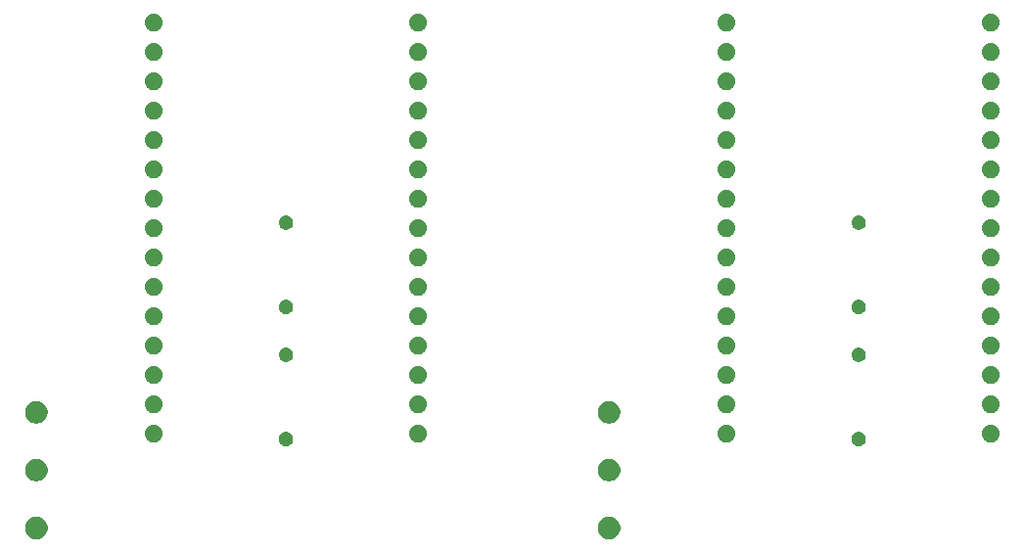
<source format=gbr>
G04 #@! TF.GenerationSoftware,KiCad,Pcbnew,5.0.2-bee76a0~70~ubuntu16.04.1*
G04 #@! TF.CreationDate,2018-12-11T21:33:29-07:00*
G04 #@! TF.ProjectId,ESP8266-WiFi-RFID,45535038-3236-4362-9d57-6946692d5246,rev?*
G04 #@! TF.SameCoordinates,Original*
G04 #@! TF.FileFunction,Soldermask,Top*
G04 #@! TF.FilePolarity,Negative*
%FSLAX46Y46*%
G04 Gerber Fmt 4.6, Leading zero omitted, Abs format (unit mm)*
G04 Created by KiCad (PCBNEW 5.0.2-bee76a0~70~ubuntu16.04.1) date Tue 11 Dec 2018 21:33:29 MST*
%MOMM*%
%LPD*%
G01*
G04 APERTURE LIST*
%ADD10C,0.100000*%
G04 APERTURE END LIST*
D10*
G36*
X133634397Y-118362468D02*
X133811836Y-118435966D01*
X133971527Y-118542668D01*
X134107332Y-118678473D01*
X134214034Y-118838164D01*
X134287532Y-119015603D01*
X134325000Y-119203971D01*
X134325000Y-119396029D01*
X134287532Y-119584397D01*
X134214034Y-119761836D01*
X134107332Y-119921527D01*
X133971527Y-120057332D01*
X133811836Y-120164034D01*
X133634397Y-120237532D01*
X133446029Y-120275000D01*
X133253971Y-120275000D01*
X133065603Y-120237532D01*
X132888164Y-120164034D01*
X132728473Y-120057332D01*
X132592668Y-119921527D01*
X132485966Y-119761836D01*
X132412468Y-119584397D01*
X132375000Y-119396029D01*
X132375000Y-119203971D01*
X132412468Y-119015603D01*
X132485966Y-118838164D01*
X132592668Y-118678473D01*
X132728473Y-118542668D01*
X132888164Y-118435966D01*
X133065603Y-118362468D01*
X133253971Y-118325000D01*
X133446029Y-118325000D01*
X133634397Y-118362468D01*
X133634397Y-118362468D01*
G37*
G36*
X84104397Y-118362468D02*
X84281836Y-118435966D01*
X84441527Y-118542668D01*
X84577332Y-118678473D01*
X84684034Y-118838164D01*
X84757532Y-119015603D01*
X84795000Y-119203971D01*
X84795000Y-119396029D01*
X84757532Y-119584397D01*
X84684034Y-119761836D01*
X84577332Y-119921527D01*
X84441527Y-120057332D01*
X84281836Y-120164034D01*
X84104397Y-120237532D01*
X83916029Y-120275000D01*
X83723971Y-120275000D01*
X83535603Y-120237532D01*
X83358164Y-120164034D01*
X83198473Y-120057332D01*
X83062668Y-119921527D01*
X82955966Y-119761836D01*
X82882468Y-119584397D01*
X82845000Y-119396029D01*
X82845000Y-119203971D01*
X82882468Y-119015603D01*
X82955966Y-118838164D01*
X83062668Y-118678473D01*
X83198473Y-118542668D01*
X83358164Y-118435966D01*
X83535603Y-118362468D01*
X83723971Y-118325000D01*
X83916029Y-118325000D01*
X84104397Y-118362468D01*
X84104397Y-118362468D01*
G37*
G36*
X133634397Y-113362468D02*
X133811836Y-113435966D01*
X133971527Y-113542668D01*
X134107332Y-113678473D01*
X134214034Y-113838164D01*
X134287532Y-114015603D01*
X134325000Y-114203971D01*
X134325000Y-114396029D01*
X134287532Y-114584397D01*
X134214034Y-114761836D01*
X134107332Y-114921527D01*
X133971527Y-115057332D01*
X133811836Y-115164034D01*
X133634397Y-115237532D01*
X133446029Y-115275000D01*
X133253971Y-115275000D01*
X133065603Y-115237532D01*
X132888164Y-115164034D01*
X132728473Y-115057332D01*
X132592668Y-114921527D01*
X132485966Y-114761836D01*
X132412468Y-114584397D01*
X132375000Y-114396029D01*
X132375000Y-114203971D01*
X132412468Y-114015603D01*
X132485966Y-113838164D01*
X132592668Y-113678473D01*
X132728473Y-113542668D01*
X132888164Y-113435966D01*
X133065603Y-113362468D01*
X133253971Y-113325000D01*
X133446029Y-113325000D01*
X133634397Y-113362468D01*
X133634397Y-113362468D01*
G37*
G36*
X84104397Y-113362468D02*
X84281836Y-113435966D01*
X84441527Y-113542668D01*
X84577332Y-113678473D01*
X84684034Y-113838164D01*
X84757532Y-114015603D01*
X84795000Y-114203971D01*
X84795000Y-114396029D01*
X84757532Y-114584397D01*
X84684034Y-114761836D01*
X84577332Y-114921527D01*
X84441527Y-115057332D01*
X84281836Y-115164034D01*
X84104397Y-115237532D01*
X83916029Y-115275000D01*
X83723971Y-115275000D01*
X83535603Y-115237532D01*
X83358164Y-115164034D01*
X83198473Y-115057332D01*
X83062668Y-114921527D01*
X82955966Y-114761836D01*
X82882468Y-114584397D01*
X82845000Y-114396029D01*
X82845000Y-114203971D01*
X82882468Y-114015603D01*
X82955966Y-113838164D01*
X83062668Y-113678473D01*
X83198473Y-113542668D01*
X83358164Y-113435966D01*
X83535603Y-113362468D01*
X83723971Y-113325000D01*
X83916029Y-113325000D01*
X84104397Y-113362468D01*
X84104397Y-113362468D01*
G37*
G36*
X105590553Y-111004787D02*
X105590555Y-111004788D01*
X105590556Y-111004788D01*
X105703206Y-111051449D01*
X105703207Y-111051450D01*
X105804592Y-111119193D01*
X105890807Y-111205408D01*
X105890809Y-111205411D01*
X105958551Y-111306794D01*
X105975315Y-111347266D01*
X106005213Y-111419447D01*
X106029000Y-111539032D01*
X106029000Y-111660968D01*
X106017878Y-111716884D01*
X106005212Y-111780556D01*
X105958551Y-111893206D01*
X105958550Y-111893207D01*
X105890807Y-111994592D01*
X105804592Y-112080807D01*
X105804589Y-112080809D01*
X105703206Y-112148551D01*
X105590556Y-112195212D01*
X105590555Y-112195212D01*
X105590553Y-112195213D01*
X105470968Y-112219000D01*
X105349032Y-112219000D01*
X105229447Y-112195213D01*
X105229445Y-112195212D01*
X105229444Y-112195212D01*
X105116794Y-112148551D01*
X105015411Y-112080809D01*
X105015408Y-112080807D01*
X104929193Y-111994592D01*
X104861450Y-111893207D01*
X104861449Y-111893206D01*
X104814788Y-111780556D01*
X104802123Y-111716884D01*
X104791000Y-111660968D01*
X104791000Y-111539032D01*
X104814787Y-111419447D01*
X104844685Y-111347266D01*
X104861449Y-111306794D01*
X104929191Y-111205411D01*
X104929193Y-111205408D01*
X105015408Y-111119193D01*
X105116793Y-111051450D01*
X105116794Y-111051449D01*
X105229444Y-111004788D01*
X105229445Y-111004788D01*
X105229447Y-111004787D01*
X105349032Y-110981000D01*
X105470968Y-110981000D01*
X105590553Y-111004787D01*
X105590553Y-111004787D01*
G37*
G36*
X155120553Y-111004787D02*
X155120555Y-111004788D01*
X155120556Y-111004788D01*
X155233206Y-111051449D01*
X155233207Y-111051450D01*
X155334592Y-111119193D01*
X155420807Y-111205408D01*
X155420809Y-111205411D01*
X155488551Y-111306794D01*
X155505315Y-111347266D01*
X155535213Y-111419447D01*
X155559000Y-111539032D01*
X155559000Y-111660968D01*
X155547878Y-111716884D01*
X155535212Y-111780556D01*
X155488551Y-111893206D01*
X155488550Y-111893207D01*
X155420807Y-111994592D01*
X155334592Y-112080807D01*
X155334589Y-112080809D01*
X155233206Y-112148551D01*
X155120556Y-112195212D01*
X155120555Y-112195212D01*
X155120553Y-112195213D01*
X155000968Y-112219000D01*
X154879032Y-112219000D01*
X154759447Y-112195213D01*
X154759445Y-112195212D01*
X154759444Y-112195212D01*
X154646794Y-112148551D01*
X154545411Y-112080809D01*
X154545408Y-112080807D01*
X154459193Y-111994592D01*
X154391450Y-111893207D01*
X154391449Y-111893206D01*
X154344788Y-111780556D01*
X154332123Y-111716884D01*
X154321000Y-111660968D01*
X154321000Y-111539032D01*
X154344787Y-111419447D01*
X154374685Y-111347266D01*
X154391449Y-111306794D01*
X154459191Y-111205411D01*
X154459193Y-111205408D01*
X154545408Y-111119193D01*
X154646793Y-111051450D01*
X154646794Y-111051449D01*
X154759444Y-111004788D01*
X154759445Y-111004788D01*
X154759447Y-111004787D01*
X154879032Y-110981000D01*
X155000968Y-110981000D01*
X155120553Y-111004787D01*
X155120553Y-111004787D01*
G37*
G36*
X143683195Y-110382522D02*
X143732267Y-110392283D01*
X143870942Y-110449724D01*
X143995750Y-110533118D01*
X144101882Y-110639250D01*
X144185276Y-110764058D01*
X144242717Y-110902734D01*
X144272000Y-111049948D01*
X144272000Y-111200052D01*
X144270934Y-111205411D01*
X144250768Y-111306794D01*
X144242717Y-111347266D01*
X144185276Y-111485942D01*
X144101882Y-111610750D01*
X143995750Y-111716882D01*
X143995747Y-111716884D01*
X143870942Y-111800276D01*
X143732267Y-111857717D01*
X143683195Y-111867478D01*
X143585052Y-111887000D01*
X143434948Y-111887000D01*
X143336805Y-111867478D01*
X143287733Y-111857717D01*
X143149058Y-111800276D01*
X143024253Y-111716884D01*
X143024250Y-111716882D01*
X142918118Y-111610750D01*
X142834724Y-111485942D01*
X142777283Y-111347266D01*
X142769233Y-111306794D01*
X142749066Y-111205411D01*
X142748000Y-111200052D01*
X142748000Y-111049948D01*
X142777283Y-110902734D01*
X142834724Y-110764058D01*
X142918118Y-110639250D01*
X143024250Y-110533118D01*
X143149058Y-110449724D01*
X143287733Y-110392283D01*
X143336805Y-110382522D01*
X143434948Y-110363000D01*
X143585052Y-110363000D01*
X143683195Y-110382522D01*
X143683195Y-110382522D01*
G37*
G36*
X166543195Y-110382522D02*
X166592267Y-110392283D01*
X166730942Y-110449724D01*
X166855750Y-110533118D01*
X166961882Y-110639250D01*
X167045276Y-110764058D01*
X167102717Y-110902734D01*
X167132000Y-111049948D01*
X167132000Y-111200052D01*
X167130934Y-111205411D01*
X167110768Y-111306794D01*
X167102717Y-111347266D01*
X167045276Y-111485942D01*
X166961882Y-111610750D01*
X166855750Y-111716882D01*
X166855747Y-111716884D01*
X166730942Y-111800276D01*
X166592267Y-111857717D01*
X166543195Y-111867478D01*
X166445052Y-111887000D01*
X166294948Y-111887000D01*
X166196805Y-111867478D01*
X166147733Y-111857717D01*
X166009058Y-111800276D01*
X165884253Y-111716884D01*
X165884250Y-111716882D01*
X165778118Y-111610750D01*
X165694724Y-111485942D01*
X165637283Y-111347266D01*
X165629233Y-111306794D01*
X165609066Y-111205411D01*
X165608000Y-111200052D01*
X165608000Y-111049948D01*
X165637283Y-110902734D01*
X165694724Y-110764058D01*
X165778118Y-110639250D01*
X165884250Y-110533118D01*
X166009058Y-110449724D01*
X166147733Y-110392283D01*
X166196805Y-110382522D01*
X166294948Y-110363000D01*
X166445052Y-110363000D01*
X166543195Y-110382522D01*
X166543195Y-110382522D01*
G37*
G36*
X117013195Y-110382522D02*
X117062267Y-110392283D01*
X117200942Y-110449724D01*
X117325750Y-110533118D01*
X117431882Y-110639250D01*
X117515276Y-110764058D01*
X117572717Y-110902734D01*
X117602000Y-111049948D01*
X117602000Y-111200052D01*
X117600934Y-111205411D01*
X117580768Y-111306794D01*
X117572717Y-111347266D01*
X117515276Y-111485942D01*
X117431882Y-111610750D01*
X117325750Y-111716882D01*
X117325747Y-111716884D01*
X117200942Y-111800276D01*
X117062267Y-111857717D01*
X117013195Y-111867478D01*
X116915052Y-111887000D01*
X116764948Y-111887000D01*
X116666805Y-111867478D01*
X116617733Y-111857717D01*
X116479058Y-111800276D01*
X116354253Y-111716884D01*
X116354250Y-111716882D01*
X116248118Y-111610750D01*
X116164724Y-111485942D01*
X116107283Y-111347266D01*
X116099233Y-111306794D01*
X116079066Y-111205411D01*
X116078000Y-111200052D01*
X116078000Y-111049948D01*
X116107283Y-110902734D01*
X116164724Y-110764058D01*
X116248118Y-110639250D01*
X116354250Y-110533118D01*
X116479058Y-110449724D01*
X116617733Y-110392283D01*
X116666805Y-110382522D01*
X116764948Y-110363000D01*
X116915052Y-110363000D01*
X117013195Y-110382522D01*
X117013195Y-110382522D01*
G37*
G36*
X94153195Y-110382522D02*
X94202267Y-110392283D01*
X94340942Y-110449724D01*
X94465750Y-110533118D01*
X94571882Y-110639250D01*
X94655276Y-110764058D01*
X94712717Y-110902734D01*
X94742000Y-111049948D01*
X94742000Y-111200052D01*
X94740934Y-111205411D01*
X94720768Y-111306794D01*
X94712717Y-111347266D01*
X94655276Y-111485942D01*
X94571882Y-111610750D01*
X94465750Y-111716882D01*
X94465747Y-111716884D01*
X94340942Y-111800276D01*
X94202267Y-111857717D01*
X94153195Y-111867478D01*
X94055052Y-111887000D01*
X93904948Y-111887000D01*
X93806805Y-111867478D01*
X93757733Y-111857717D01*
X93619058Y-111800276D01*
X93494253Y-111716884D01*
X93494250Y-111716882D01*
X93388118Y-111610750D01*
X93304724Y-111485942D01*
X93247283Y-111347266D01*
X93239233Y-111306794D01*
X93219066Y-111205411D01*
X93218000Y-111200052D01*
X93218000Y-111049948D01*
X93247283Y-110902734D01*
X93304724Y-110764058D01*
X93388118Y-110639250D01*
X93494250Y-110533118D01*
X93619058Y-110449724D01*
X93757733Y-110392283D01*
X93806805Y-110382522D01*
X93904948Y-110363000D01*
X94055052Y-110363000D01*
X94153195Y-110382522D01*
X94153195Y-110382522D01*
G37*
G36*
X84104397Y-108362468D02*
X84281836Y-108435966D01*
X84441527Y-108542668D01*
X84577332Y-108678473D01*
X84684034Y-108838164D01*
X84757532Y-109015603D01*
X84795000Y-109203971D01*
X84795000Y-109396029D01*
X84757532Y-109584397D01*
X84684034Y-109761836D01*
X84577332Y-109921527D01*
X84441527Y-110057332D01*
X84281836Y-110164034D01*
X84104397Y-110237532D01*
X83916029Y-110275000D01*
X83723971Y-110275000D01*
X83535603Y-110237532D01*
X83358164Y-110164034D01*
X83198473Y-110057332D01*
X83062668Y-109921527D01*
X82955966Y-109761836D01*
X82882468Y-109584397D01*
X82845000Y-109396029D01*
X82845000Y-109203971D01*
X82882468Y-109015603D01*
X82955966Y-108838164D01*
X83062668Y-108678473D01*
X83198473Y-108542668D01*
X83358164Y-108435966D01*
X83535603Y-108362468D01*
X83723971Y-108325000D01*
X83916029Y-108325000D01*
X84104397Y-108362468D01*
X84104397Y-108362468D01*
G37*
G36*
X133634397Y-108362468D02*
X133811836Y-108435966D01*
X133971527Y-108542668D01*
X134107332Y-108678473D01*
X134214034Y-108838164D01*
X134287532Y-109015603D01*
X134325000Y-109203971D01*
X134325000Y-109396029D01*
X134287532Y-109584397D01*
X134214034Y-109761836D01*
X134107332Y-109921527D01*
X133971527Y-110057332D01*
X133811836Y-110164034D01*
X133634397Y-110237532D01*
X133446029Y-110275000D01*
X133253971Y-110275000D01*
X133065603Y-110237532D01*
X132888164Y-110164034D01*
X132728473Y-110057332D01*
X132592668Y-109921527D01*
X132485966Y-109761836D01*
X132412468Y-109584397D01*
X132375000Y-109396029D01*
X132375000Y-109203971D01*
X132412468Y-109015603D01*
X132485966Y-108838164D01*
X132592668Y-108678473D01*
X132728473Y-108542668D01*
X132888164Y-108435966D01*
X133065603Y-108362468D01*
X133253971Y-108325000D01*
X133446029Y-108325000D01*
X133634397Y-108362468D01*
X133634397Y-108362468D01*
G37*
G36*
X94153195Y-107842522D02*
X94202267Y-107852283D01*
X94340942Y-107909724D01*
X94465750Y-107993118D01*
X94571882Y-108099250D01*
X94571884Y-108099253D01*
X94655276Y-108224058D01*
X94712608Y-108362469D01*
X94712717Y-108362734D01*
X94742000Y-108509948D01*
X94742000Y-108660052D01*
X94712717Y-108807266D01*
X94655276Y-108945942D01*
X94571882Y-109070750D01*
X94465750Y-109176882D01*
X94465747Y-109176884D01*
X94340942Y-109260276D01*
X94202267Y-109317717D01*
X94153195Y-109327478D01*
X94055052Y-109347000D01*
X93904948Y-109347000D01*
X93806805Y-109327478D01*
X93757733Y-109317717D01*
X93619058Y-109260276D01*
X93494253Y-109176884D01*
X93494250Y-109176882D01*
X93388118Y-109070750D01*
X93304724Y-108945942D01*
X93247283Y-108807266D01*
X93218000Y-108660052D01*
X93218000Y-108509948D01*
X93247283Y-108362734D01*
X93247393Y-108362469D01*
X93304724Y-108224058D01*
X93388116Y-108099253D01*
X93388118Y-108099250D01*
X93494250Y-107993118D01*
X93619058Y-107909724D01*
X93757733Y-107852283D01*
X93806805Y-107842522D01*
X93904948Y-107823000D01*
X94055052Y-107823000D01*
X94153195Y-107842522D01*
X94153195Y-107842522D01*
G37*
G36*
X117013195Y-107842522D02*
X117062267Y-107852283D01*
X117200942Y-107909724D01*
X117325750Y-107993118D01*
X117431882Y-108099250D01*
X117431884Y-108099253D01*
X117515276Y-108224058D01*
X117572608Y-108362469D01*
X117572717Y-108362734D01*
X117602000Y-108509948D01*
X117602000Y-108660052D01*
X117572717Y-108807266D01*
X117515276Y-108945942D01*
X117431882Y-109070750D01*
X117325750Y-109176882D01*
X117325747Y-109176884D01*
X117200942Y-109260276D01*
X117062267Y-109317717D01*
X117013195Y-109327478D01*
X116915052Y-109347000D01*
X116764948Y-109347000D01*
X116666805Y-109327478D01*
X116617733Y-109317717D01*
X116479058Y-109260276D01*
X116354253Y-109176884D01*
X116354250Y-109176882D01*
X116248118Y-109070750D01*
X116164724Y-108945942D01*
X116107283Y-108807266D01*
X116078000Y-108660052D01*
X116078000Y-108509948D01*
X116107283Y-108362734D01*
X116107393Y-108362469D01*
X116164724Y-108224058D01*
X116248116Y-108099253D01*
X116248118Y-108099250D01*
X116354250Y-107993118D01*
X116479058Y-107909724D01*
X116617733Y-107852283D01*
X116666805Y-107842522D01*
X116764948Y-107823000D01*
X116915052Y-107823000D01*
X117013195Y-107842522D01*
X117013195Y-107842522D01*
G37*
G36*
X166543195Y-107842522D02*
X166592267Y-107852283D01*
X166730942Y-107909724D01*
X166855750Y-107993118D01*
X166961882Y-108099250D01*
X166961884Y-108099253D01*
X167045276Y-108224058D01*
X167102608Y-108362469D01*
X167102717Y-108362734D01*
X167132000Y-108509948D01*
X167132000Y-108660052D01*
X167102717Y-108807266D01*
X167045276Y-108945942D01*
X166961882Y-109070750D01*
X166855750Y-109176882D01*
X166855747Y-109176884D01*
X166730942Y-109260276D01*
X166592267Y-109317717D01*
X166543195Y-109327478D01*
X166445052Y-109347000D01*
X166294948Y-109347000D01*
X166196805Y-109327478D01*
X166147733Y-109317717D01*
X166009058Y-109260276D01*
X165884253Y-109176884D01*
X165884250Y-109176882D01*
X165778118Y-109070750D01*
X165694724Y-108945942D01*
X165637283Y-108807266D01*
X165608000Y-108660052D01*
X165608000Y-108509948D01*
X165637283Y-108362734D01*
X165637393Y-108362469D01*
X165694724Y-108224058D01*
X165778116Y-108099253D01*
X165778118Y-108099250D01*
X165884250Y-107993118D01*
X166009058Y-107909724D01*
X166147733Y-107852283D01*
X166196805Y-107842522D01*
X166294948Y-107823000D01*
X166445052Y-107823000D01*
X166543195Y-107842522D01*
X166543195Y-107842522D01*
G37*
G36*
X143683195Y-107842522D02*
X143732267Y-107852283D01*
X143870942Y-107909724D01*
X143995750Y-107993118D01*
X144101882Y-108099250D01*
X144101884Y-108099253D01*
X144185276Y-108224058D01*
X144242608Y-108362469D01*
X144242717Y-108362734D01*
X144272000Y-108509948D01*
X144272000Y-108660052D01*
X144242717Y-108807266D01*
X144185276Y-108945942D01*
X144101882Y-109070750D01*
X143995750Y-109176882D01*
X143995747Y-109176884D01*
X143870942Y-109260276D01*
X143732267Y-109317717D01*
X143683195Y-109327478D01*
X143585052Y-109347000D01*
X143434948Y-109347000D01*
X143336805Y-109327478D01*
X143287733Y-109317717D01*
X143149058Y-109260276D01*
X143024253Y-109176884D01*
X143024250Y-109176882D01*
X142918118Y-109070750D01*
X142834724Y-108945942D01*
X142777283Y-108807266D01*
X142748000Y-108660052D01*
X142748000Y-108509948D01*
X142777283Y-108362734D01*
X142777393Y-108362469D01*
X142834724Y-108224058D01*
X142918116Y-108099253D01*
X142918118Y-108099250D01*
X143024250Y-107993118D01*
X143149058Y-107909724D01*
X143287733Y-107852283D01*
X143336805Y-107842522D01*
X143434948Y-107823000D01*
X143585052Y-107823000D01*
X143683195Y-107842522D01*
X143683195Y-107842522D01*
G37*
G36*
X117013195Y-105302522D02*
X117062267Y-105312283D01*
X117200942Y-105369724D01*
X117325750Y-105453118D01*
X117431882Y-105559250D01*
X117515276Y-105684058D01*
X117572717Y-105822734D01*
X117602000Y-105969948D01*
X117602000Y-106120052D01*
X117572717Y-106267266D01*
X117515276Y-106405942D01*
X117431882Y-106530750D01*
X117325750Y-106636882D01*
X117325747Y-106636884D01*
X117200942Y-106720276D01*
X117062267Y-106777717D01*
X117013195Y-106787478D01*
X116915052Y-106807000D01*
X116764948Y-106807000D01*
X116666805Y-106787478D01*
X116617733Y-106777717D01*
X116479058Y-106720276D01*
X116354253Y-106636884D01*
X116354250Y-106636882D01*
X116248118Y-106530750D01*
X116164724Y-106405942D01*
X116107283Y-106267266D01*
X116078000Y-106120052D01*
X116078000Y-105969948D01*
X116107283Y-105822734D01*
X116164724Y-105684058D01*
X116248118Y-105559250D01*
X116354250Y-105453118D01*
X116479058Y-105369724D01*
X116617733Y-105312283D01*
X116666805Y-105302522D01*
X116764948Y-105283000D01*
X116915052Y-105283000D01*
X117013195Y-105302522D01*
X117013195Y-105302522D01*
G37*
G36*
X94153195Y-105302522D02*
X94202267Y-105312283D01*
X94340942Y-105369724D01*
X94465750Y-105453118D01*
X94571882Y-105559250D01*
X94655276Y-105684058D01*
X94712717Y-105822734D01*
X94742000Y-105969948D01*
X94742000Y-106120052D01*
X94712717Y-106267266D01*
X94655276Y-106405942D01*
X94571882Y-106530750D01*
X94465750Y-106636882D01*
X94465747Y-106636884D01*
X94340942Y-106720276D01*
X94202267Y-106777717D01*
X94153195Y-106787478D01*
X94055052Y-106807000D01*
X93904948Y-106807000D01*
X93806805Y-106787478D01*
X93757733Y-106777717D01*
X93619058Y-106720276D01*
X93494253Y-106636884D01*
X93494250Y-106636882D01*
X93388118Y-106530750D01*
X93304724Y-106405942D01*
X93247283Y-106267266D01*
X93218000Y-106120052D01*
X93218000Y-105969948D01*
X93247283Y-105822734D01*
X93304724Y-105684058D01*
X93388118Y-105559250D01*
X93494250Y-105453118D01*
X93619058Y-105369724D01*
X93757733Y-105312283D01*
X93806805Y-105302522D01*
X93904948Y-105283000D01*
X94055052Y-105283000D01*
X94153195Y-105302522D01*
X94153195Y-105302522D01*
G37*
G36*
X166543195Y-105302522D02*
X166592267Y-105312283D01*
X166730942Y-105369724D01*
X166855750Y-105453118D01*
X166961882Y-105559250D01*
X167045276Y-105684058D01*
X167102717Y-105822734D01*
X167132000Y-105969948D01*
X167132000Y-106120052D01*
X167102717Y-106267266D01*
X167045276Y-106405942D01*
X166961882Y-106530750D01*
X166855750Y-106636882D01*
X166855747Y-106636884D01*
X166730942Y-106720276D01*
X166592267Y-106777717D01*
X166543195Y-106787478D01*
X166445052Y-106807000D01*
X166294948Y-106807000D01*
X166196805Y-106787478D01*
X166147733Y-106777717D01*
X166009058Y-106720276D01*
X165884253Y-106636884D01*
X165884250Y-106636882D01*
X165778118Y-106530750D01*
X165694724Y-106405942D01*
X165637283Y-106267266D01*
X165608000Y-106120052D01*
X165608000Y-105969948D01*
X165637283Y-105822734D01*
X165694724Y-105684058D01*
X165778118Y-105559250D01*
X165884250Y-105453118D01*
X166009058Y-105369724D01*
X166147733Y-105312283D01*
X166196805Y-105302522D01*
X166294948Y-105283000D01*
X166445052Y-105283000D01*
X166543195Y-105302522D01*
X166543195Y-105302522D01*
G37*
G36*
X143683195Y-105302522D02*
X143732267Y-105312283D01*
X143870942Y-105369724D01*
X143995750Y-105453118D01*
X144101882Y-105559250D01*
X144185276Y-105684058D01*
X144242717Y-105822734D01*
X144272000Y-105969948D01*
X144272000Y-106120052D01*
X144242717Y-106267266D01*
X144185276Y-106405942D01*
X144101882Y-106530750D01*
X143995750Y-106636882D01*
X143995747Y-106636884D01*
X143870942Y-106720276D01*
X143732267Y-106777717D01*
X143683195Y-106787478D01*
X143585052Y-106807000D01*
X143434948Y-106807000D01*
X143336805Y-106787478D01*
X143287733Y-106777717D01*
X143149058Y-106720276D01*
X143024253Y-106636884D01*
X143024250Y-106636882D01*
X142918118Y-106530750D01*
X142834724Y-106405942D01*
X142777283Y-106267266D01*
X142748000Y-106120052D01*
X142748000Y-105969948D01*
X142777283Y-105822734D01*
X142834724Y-105684058D01*
X142918118Y-105559250D01*
X143024250Y-105453118D01*
X143149058Y-105369724D01*
X143287733Y-105312283D01*
X143336805Y-105302522D01*
X143434948Y-105283000D01*
X143585052Y-105283000D01*
X143683195Y-105302522D01*
X143683195Y-105302522D01*
G37*
G36*
X105590553Y-103704787D02*
X105590555Y-103704788D01*
X105590556Y-103704788D01*
X105703206Y-103751449D01*
X105703207Y-103751450D01*
X105804592Y-103819193D01*
X105890807Y-103905408D01*
X105890809Y-103905411D01*
X105958551Y-104006794D01*
X105995867Y-104096884D01*
X106005213Y-104119447D01*
X106028738Y-104237717D01*
X106029000Y-104239034D01*
X106029000Y-104360966D01*
X106005212Y-104480556D01*
X105958551Y-104593206D01*
X105958550Y-104593207D01*
X105890807Y-104694592D01*
X105804592Y-104780807D01*
X105804589Y-104780809D01*
X105703206Y-104848551D01*
X105590556Y-104895212D01*
X105590555Y-104895212D01*
X105590553Y-104895213D01*
X105470968Y-104919000D01*
X105349032Y-104919000D01*
X105229447Y-104895213D01*
X105229445Y-104895212D01*
X105229444Y-104895212D01*
X105116794Y-104848551D01*
X105015411Y-104780809D01*
X105015408Y-104780807D01*
X104929193Y-104694592D01*
X104861450Y-104593207D01*
X104861449Y-104593206D01*
X104814788Y-104480556D01*
X104791000Y-104360966D01*
X104791000Y-104239034D01*
X104791262Y-104237717D01*
X104814787Y-104119447D01*
X104824133Y-104096884D01*
X104861449Y-104006794D01*
X104929191Y-103905411D01*
X104929193Y-103905408D01*
X105015408Y-103819193D01*
X105116793Y-103751450D01*
X105116794Y-103751449D01*
X105229444Y-103704788D01*
X105229445Y-103704788D01*
X105229447Y-103704787D01*
X105349032Y-103681000D01*
X105470968Y-103681000D01*
X105590553Y-103704787D01*
X105590553Y-103704787D01*
G37*
G36*
X155120553Y-103704787D02*
X155120555Y-103704788D01*
X155120556Y-103704788D01*
X155233206Y-103751449D01*
X155233207Y-103751450D01*
X155334592Y-103819193D01*
X155420807Y-103905408D01*
X155420809Y-103905411D01*
X155488551Y-104006794D01*
X155525867Y-104096884D01*
X155535213Y-104119447D01*
X155558738Y-104237717D01*
X155559000Y-104239034D01*
X155559000Y-104360966D01*
X155535212Y-104480556D01*
X155488551Y-104593206D01*
X155488550Y-104593207D01*
X155420807Y-104694592D01*
X155334592Y-104780807D01*
X155334589Y-104780809D01*
X155233206Y-104848551D01*
X155120556Y-104895212D01*
X155120555Y-104895212D01*
X155120553Y-104895213D01*
X155000968Y-104919000D01*
X154879032Y-104919000D01*
X154759447Y-104895213D01*
X154759445Y-104895212D01*
X154759444Y-104895212D01*
X154646794Y-104848551D01*
X154545411Y-104780809D01*
X154545408Y-104780807D01*
X154459193Y-104694592D01*
X154391450Y-104593207D01*
X154391449Y-104593206D01*
X154344788Y-104480556D01*
X154321000Y-104360966D01*
X154321000Y-104239034D01*
X154321262Y-104237717D01*
X154344787Y-104119447D01*
X154354133Y-104096884D01*
X154391449Y-104006794D01*
X154459191Y-103905411D01*
X154459193Y-103905408D01*
X154545408Y-103819193D01*
X154646793Y-103751450D01*
X154646794Y-103751449D01*
X154759444Y-103704788D01*
X154759445Y-103704788D01*
X154759447Y-103704787D01*
X154879032Y-103681000D01*
X155000968Y-103681000D01*
X155120553Y-103704787D01*
X155120553Y-103704787D01*
G37*
G36*
X117013195Y-102762522D02*
X117062267Y-102772283D01*
X117200942Y-102829724D01*
X117325750Y-102913118D01*
X117431882Y-103019250D01*
X117431884Y-103019253D01*
X117515276Y-103144058D01*
X117572717Y-103282733D01*
X117602000Y-103429950D01*
X117602000Y-103580050D01*
X117577189Y-103704787D01*
X117572717Y-103727266D01*
X117515276Y-103865942D01*
X117431882Y-103990750D01*
X117325750Y-104096882D01*
X117325747Y-104096884D01*
X117200942Y-104180276D01*
X117062267Y-104237717D01*
X117013195Y-104247478D01*
X116915052Y-104267000D01*
X116764948Y-104267000D01*
X116666805Y-104247478D01*
X116617733Y-104237717D01*
X116479058Y-104180276D01*
X116354253Y-104096884D01*
X116354250Y-104096882D01*
X116248118Y-103990750D01*
X116164724Y-103865942D01*
X116107283Y-103727266D01*
X116102812Y-103704787D01*
X116078000Y-103580050D01*
X116078000Y-103429950D01*
X116107283Y-103282733D01*
X116164724Y-103144058D01*
X116248116Y-103019253D01*
X116248118Y-103019250D01*
X116354250Y-102913118D01*
X116479058Y-102829724D01*
X116617733Y-102772283D01*
X116666805Y-102762522D01*
X116764948Y-102743000D01*
X116915052Y-102743000D01*
X117013195Y-102762522D01*
X117013195Y-102762522D01*
G37*
G36*
X166543195Y-102762522D02*
X166592267Y-102772283D01*
X166730942Y-102829724D01*
X166855750Y-102913118D01*
X166961882Y-103019250D01*
X166961884Y-103019253D01*
X167045276Y-103144058D01*
X167102717Y-103282733D01*
X167132000Y-103429950D01*
X167132000Y-103580050D01*
X167107189Y-103704787D01*
X167102717Y-103727266D01*
X167045276Y-103865942D01*
X166961882Y-103990750D01*
X166855750Y-104096882D01*
X166855747Y-104096884D01*
X166730942Y-104180276D01*
X166592267Y-104237717D01*
X166543195Y-104247478D01*
X166445052Y-104267000D01*
X166294948Y-104267000D01*
X166196805Y-104247478D01*
X166147733Y-104237717D01*
X166009058Y-104180276D01*
X165884253Y-104096884D01*
X165884250Y-104096882D01*
X165778118Y-103990750D01*
X165694724Y-103865942D01*
X165637283Y-103727266D01*
X165632812Y-103704787D01*
X165608000Y-103580050D01*
X165608000Y-103429950D01*
X165637283Y-103282733D01*
X165694724Y-103144058D01*
X165778116Y-103019253D01*
X165778118Y-103019250D01*
X165884250Y-102913118D01*
X166009058Y-102829724D01*
X166147733Y-102772283D01*
X166196805Y-102762522D01*
X166294948Y-102743000D01*
X166445052Y-102743000D01*
X166543195Y-102762522D01*
X166543195Y-102762522D01*
G37*
G36*
X143683195Y-102762522D02*
X143732267Y-102772283D01*
X143870942Y-102829724D01*
X143995750Y-102913118D01*
X144101882Y-103019250D01*
X144101884Y-103019253D01*
X144185276Y-103144058D01*
X144242717Y-103282733D01*
X144272000Y-103429950D01*
X144272000Y-103580050D01*
X144247189Y-103704787D01*
X144242717Y-103727266D01*
X144185276Y-103865942D01*
X144101882Y-103990750D01*
X143995750Y-104096882D01*
X143995747Y-104096884D01*
X143870942Y-104180276D01*
X143732267Y-104237717D01*
X143683195Y-104247478D01*
X143585052Y-104267000D01*
X143434948Y-104267000D01*
X143336805Y-104247478D01*
X143287733Y-104237717D01*
X143149058Y-104180276D01*
X143024253Y-104096884D01*
X143024250Y-104096882D01*
X142918118Y-103990750D01*
X142834724Y-103865942D01*
X142777283Y-103727266D01*
X142772812Y-103704787D01*
X142748000Y-103580050D01*
X142748000Y-103429950D01*
X142777283Y-103282733D01*
X142834724Y-103144058D01*
X142918116Y-103019253D01*
X142918118Y-103019250D01*
X143024250Y-102913118D01*
X143149058Y-102829724D01*
X143287733Y-102772283D01*
X143336805Y-102762522D01*
X143434948Y-102743000D01*
X143585052Y-102743000D01*
X143683195Y-102762522D01*
X143683195Y-102762522D01*
G37*
G36*
X94153195Y-102762522D02*
X94202267Y-102772283D01*
X94340942Y-102829724D01*
X94465750Y-102913118D01*
X94571882Y-103019250D01*
X94571884Y-103019253D01*
X94655276Y-103144058D01*
X94712717Y-103282733D01*
X94742000Y-103429950D01*
X94742000Y-103580050D01*
X94717189Y-103704787D01*
X94712717Y-103727266D01*
X94655276Y-103865942D01*
X94571882Y-103990750D01*
X94465750Y-104096882D01*
X94465747Y-104096884D01*
X94340942Y-104180276D01*
X94202267Y-104237717D01*
X94153195Y-104247478D01*
X94055052Y-104267000D01*
X93904948Y-104267000D01*
X93806805Y-104247478D01*
X93757733Y-104237717D01*
X93619058Y-104180276D01*
X93494253Y-104096884D01*
X93494250Y-104096882D01*
X93388118Y-103990750D01*
X93304724Y-103865942D01*
X93247283Y-103727266D01*
X93242812Y-103704787D01*
X93218000Y-103580050D01*
X93218000Y-103429950D01*
X93247283Y-103282733D01*
X93304724Y-103144058D01*
X93388116Y-103019253D01*
X93388118Y-103019250D01*
X93494250Y-102913118D01*
X93619058Y-102829724D01*
X93757733Y-102772283D01*
X93806805Y-102762522D01*
X93904948Y-102743000D01*
X94055052Y-102743000D01*
X94153195Y-102762522D01*
X94153195Y-102762522D01*
G37*
G36*
X166543195Y-100222522D02*
X166592267Y-100232283D01*
X166730942Y-100289724D01*
X166855750Y-100373118D01*
X166961882Y-100479250D01*
X166961884Y-100479253D01*
X167045276Y-100604058D01*
X167102717Y-100742733D01*
X167111920Y-100789000D01*
X167132000Y-100889948D01*
X167132000Y-101040052D01*
X167102717Y-101187266D01*
X167045276Y-101325942D01*
X166961882Y-101450750D01*
X166855750Y-101556882D01*
X166855747Y-101556884D01*
X166730942Y-101640276D01*
X166592267Y-101697717D01*
X166543195Y-101707478D01*
X166445052Y-101727000D01*
X166294948Y-101727000D01*
X166196805Y-101707478D01*
X166147733Y-101697717D01*
X166009058Y-101640276D01*
X165884253Y-101556884D01*
X165884250Y-101556882D01*
X165778118Y-101450750D01*
X165694724Y-101325942D01*
X165637283Y-101187266D01*
X165608000Y-101040052D01*
X165608000Y-100889948D01*
X165628080Y-100789000D01*
X165637283Y-100742733D01*
X165694724Y-100604058D01*
X165778116Y-100479253D01*
X165778118Y-100479250D01*
X165884250Y-100373118D01*
X166009058Y-100289724D01*
X166147733Y-100232283D01*
X166196805Y-100222522D01*
X166294948Y-100203000D01*
X166445052Y-100203000D01*
X166543195Y-100222522D01*
X166543195Y-100222522D01*
G37*
G36*
X143683195Y-100222522D02*
X143732267Y-100232283D01*
X143870942Y-100289724D01*
X143995750Y-100373118D01*
X144101882Y-100479250D01*
X144101884Y-100479253D01*
X144185276Y-100604058D01*
X144242717Y-100742733D01*
X144251920Y-100789000D01*
X144272000Y-100889948D01*
X144272000Y-101040052D01*
X144242717Y-101187266D01*
X144185276Y-101325942D01*
X144101882Y-101450750D01*
X143995750Y-101556882D01*
X143995747Y-101556884D01*
X143870942Y-101640276D01*
X143732267Y-101697717D01*
X143683195Y-101707478D01*
X143585052Y-101727000D01*
X143434948Y-101727000D01*
X143336805Y-101707478D01*
X143287733Y-101697717D01*
X143149058Y-101640276D01*
X143024253Y-101556884D01*
X143024250Y-101556882D01*
X142918118Y-101450750D01*
X142834724Y-101325942D01*
X142777283Y-101187266D01*
X142748000Y-101040052D01*
X142748000Y-100889948D01*
X142768080Y-100789000D01*
X142777283Y-100742733D01*
X142834724Y-100604058D01*
X142918116Y-100479253D01*
X142918118Y-100479250D01*
X143024250Y-100373118D01*
X143149058Y-100289724D01*
X143287733Y-100232283D01*
X143336805Y-100222522D01*
X143434948Y-100203000D01*
X143585052Y-100203000D01*
X143683195Y-100222522D01*
X143683195Y-100222522D01*
G37*
G36*
X117013195Y-100222522D02*
X117062267Y-100232283D01*
X117200942Y-100289724D01*
X117325750Y-100373118D01*
X117431882Y-100479250D01*
X117431884Y-100479253D01*
X117515276Y-100604058D01*
X117572717Y-100742733D01*
X117581920Y-100789000D01*
X117602000Y-100889948D01*
X117602000Y-101040052D01*
X117572717Y-101187266D01*
X117515276Y-101325942D01*
X117431882Y-101450750D01*
X117325750Y-101556882D01*
X117325747Y-101556884D01*
X117200942Y-101640276D01*
X117062267Y-101697717D01*
X117013195Y-101707478D01*
X116915052Y-101727000D01*
X116764948Y-101727000D01*
X116666805Y-101707478D01*
X116617733Y-101697717D01*
X116479058Y-101640276D01*
X116354253Y-101556884D01*
X116354250Y-101556882D01*
X116248118Y-101450750D01*
X116164724Y-101325942D01*
X116107283Y-101187266D01*
X116078000Y-101040052D01*
X116078000Y-100889948D01*
X116098080Y-100789000D01*
X116107283Y-100742733D01*
X116164724Y-100604058D01*
X116248116Y-100479253D01*
X116248118Y-100479250D01*
X116354250Y-100373118D01*
X116479058Y-100289724D01*
X116617733Y-100232283D01*
X116666805Y-100222522D01*
X116764948Y-100203000D01*
X116915052Y-100203000D01*
X117013195Y-100222522D01*
X117013195Y-100222522D01*
G37*
G36*
X94153195Y-100222522D02*
X94202267Y-100232283D01*
X94340942Y-100289724D01*
X94465750Y-100373118D01*
X94571882Y-100479250D01*
X94571884Y-100479253D01*
X94655276Y-100604058D01*
X94712717Y-100742733D01*
X94721920Y-100789000D01*
X94742000Y-100889948D01*
X94742000Y-101040052D01*
X94712717Y-101187266D01*
X94655276Y-101325942D01*
X94571882Y-101450750D01*
X94465750Y-101556882D01*
X94465747Y-101556884D01*
X94340942Y-101640276D01*
X94202267Y-101697717D01*
X94153195Y-101707478D01*
X94055052Y-101727000D01*
X93904948Y-101727000D01*
X93806805Y-101707478D01*
X93757733Y-101697717D01*
X93619058Y-101640276D01*
X93494253Y-101556884D01*
X93494250Y-101556882D01*
X93388118Y-101450750D01*
X93304724Y-101325942D01*
X93247283Y-101187266D01*
X93218000Y-101040052D01*
X93218000Y-100889948D01*
X93238080Y-100789000D01*
X93247283Y-100742733D01*
X93304724Y-100604058D01*
X93388116Y-100479253D01*
X93388118Y-100479250D01*
X93494250Y-100373118D01*
X93619058Y-100289724D01*
X93757733Y-100232283D01*
X93806805Y-100222522D01*
X93904948Y-100203000D01*
X94055052Y-100203000D01*
X94153195Y-100222522D01*
X94153195Y-100222522D01*
G37*
G36*
X105590553Y-99574787D02*
X105590555Y-99574788D01*
X105590556Y-99574788D01*
X105703206Y-99621449D01*
X105703207Y-99621450D01*
X105804592Y-99689193D01*
X105890807Y-99775408D01*
X105890809Y-99775411D01*
X105958551Y-99876794D01*
X106005212Y-99989444D01*
X106005213Y-99989447D01*
X106029000Y-100109032D01*
X106029000Y-100230968D01*
X106017313Y-100289724D01*
X106005212Y-100350556D01*
X105958551Y-100463206D01*
X105891721Y-100563224D01*
X105890807Y-100564592D01*
X105804592Y-100650807D01*
X105804589Y-100650809D01*
X105703206Y-100718551D01*
X105590556Y-100765212D01*
X105590555Y-100765212D01*
X105590553Y-100765213D01*
X105470968Y-100789000D01*
X105349032Y-100789000D01*
X105229447Y-100765213D01*
X105229445Y-100765212D01*
X105229444Y-100765212D01*
X105116794Y-100718551D01*
X105015411Y-100650809D01*
X105015408Y-100650807D01*
X104929193Y-100564592D01*
X104928279Y-100563224D01*
X104861449Y-100463206D01*
X104814788Y-100350556D01*
X104802688Y-100289724D01*
X104791000Y-100230968D01*
X104791000Y-100109032D01*
X104814787Y-99989447D01*
X104814788Y-99989444D01*
X104861449Y-99876794D01*
X104929191Y-99775411D01*
X104929193Y-99775408D01*
X105015408Y-99689193D01*
X105116793Y-99621450D01*
X105116794Y-99621449D01*
X105229444Y-99574788D01*
X105229445Y-99574788D01*
X105229447Y-99574787D01*
X105349032Y-99551000D01*
X105470968Y-99551000D01*
X105590553Y-99574787D01*
X105590553Y-99574787D01*
G37*
G36*
X155120553Y-99574787D02*
X155120555Y-99574788D01*
X155120556Y-99574788D01*
X155233206Y-99621449D01*
X155233207Y-99621450D01*
X155334592Y-99689193D01*
X155420807Y-99775408D01*
X155420809Y-99775411D01*
X155488551Y-99876794D01*
X155535212Y-99989444D01*
X155535213Y-99989447D01*
X155559000Y-100109032D01*
X155559000Y-100230968D01*
X155547313Y-100289724D01*
X155535212Y-100350556D01*
X155488551Y-100463206D01*
X155421721Y-100563224D01*
X155420807Y-100564592D01*
X155334592Y-100650807D01*
X155334589Y-100650809D01*
X155233206Y-100718551D01*
X155120556Y-100765212D01*
X155120555Y-100765212D01*
X155120553Y-100765213D01*
X155000968Y-100789000D01*
X154879032Y-100789000D01*
X154759447Y-100765213D01*
X154759445Y-100765212D01*
X154759444Y-100765212D01*
X154646794Y-100718551D01*
X154545411Y-100650809D01*
X154545408Y-100650807D01*
X154459193Y-100564592D01*
X154458279Y-100563224D01*
X154391449Y-100463206D01*
X154344788Y-100350556D01*
X154332688Y-100289724D01*
X154321000Y-100230968D01*
X154321000Y-100109032D01*
X154344787Y-99989447D01*
X154344788Y-99989444D01*
X154391449Y-99876794D01*
X154459191Y-99775411D01*
X154459193Y-99775408D01*
X154545408Y-99689193D01*
X154646793Y-99621450D01*
X154646794Y-99621449D01*
X154759444Y-99574788D01*
X154759445Y-99574788D01*
X154759447Y-99574787D01*
X154879032Y-99551000D01*
X155000968Y-99551000D01*
X155120553Y-99574787D01*
X155120553Y-99574787D01*
G37*
G36*
X94153195Y-97682522D02*
X94202267Y-97692283D01*
X94340942Y-97749724D01*
X94465750Y-97833118D01*
X94571882Y-97939250D01*
X94655276Y-98064058D01*
X94712717Y-98202734D01*
X94742000Y-98349948D01*
X94742000Y-98500052D01*
X94712717Y-98647266D01*
X94655276Y-98785942D01*
X94571882Y-98910750D01*
X94465750Y-99016882D01*
X94465747Y-99016884D01*
X94340942Y-99100276D01*
X94202267Y-99157717D01*
X94153195Y-99167478D01*
X94055052Y-99187000D01*
X93904948Y-99187000D01*
X93806805Y-99167478D01*
X93757733Y-99157717D01*
X93619058Y-99100276D01*
X93494253Y-99016884D01*
X93494250Y-99016882D01*
X93388118Y-98910750D01*
X93304724Y-98785942D01*
X93247283Y-98647266D01*
X93218000Y-98500052D01*
X93218000Y-98349948D01*
X93247283Y-98202734D01*
X93304724Y-98064058D01*
X93388118Y-97939250D01*
X93494250Y-97833118D01*
X93619058Y-97749724D01*
X93757733Y-97692283D01*
X93806805Y-97682522D01*
X93904948Y-97663000D01*
X94055052Y-97663000D01*
X94153195Y-97682522D01*
X94153195Y-97682522D01*
G37*
G36*
X117013195Y-97682522D02*
X117062267Y-97692283D01*
X117200942Y-97749724D01*
X117325750Y-97833118D01*
X117431882Y-97939250D01*
X117515276Y-98064058D01*
X117572717Y-98202734D01*
X117602000Y-98349948D01*
X117602000Y-98500052D01*
X117572717Y-98647266D01*
X117515276Y-98785942D01*
X117431882Y-98910750D01*
X117325750Y-99016882D01*
X117325747Y-99016884D01*
X117200942Y-99100276D01*
X117062267Y-99157717D01*
X117013195Y-99167478D01*
X116915052Y-99187000D01*
X116764948Y-99187000D01*
X116666805Y-99167478D01*
X116617733Y-99157717D01*
X116479058Y-99100276D01*
X116354253Y-99016884D01*
X116354250Y-99016882D01*
X116248118Y-98910750D01*
X116164724Y-98785942D01*
X116107283Y-98647266D01*
X116078000Y-98500052D01*
X116078000Y-98349948D01*
X116107283Y-98202734D01*
X116164724Y-98064058D01*
X116248118Y-97939250D01*
X116354250Y-97833118D01*
X116479058Y-97749724D01*
X116617733Y-97692283D01*
X116666805Y-97682522D01*
X116764948Y-97663000D01*
X116915052Y-97663000D01*
X117013195Y-97682522D01*
X117013195Y-97682522D01*
G37*
G36*
X166543195Y-97682522D02*
X166592267Y-97692283D01*
X166730942Y-97749724D01*
X166855750Y-97833118D01*
X166961882Y-97939250D01*
X167045276Y-98064058D01*
X167102717Y-98202734D01*
X167132000Y-98349948D01*
X167132000Y-98500052D01*
X167102717Y-98647266D01*
X167045276Y-98785942D01*
X166961882Y-98910750D01*
X166855750Y-99016882D01*
X166855747Y-99016884D01*
X166730942Y-99100276D01*
X166592267Y-99157717D01*
X166543195Y-99167478D01*
X166445052Y-99187000D01*
X166294948Y-99187000D01*
X166196805Y-99167478D01*
X166147733Y-99157717D01*
X166009058Y-99100276D01*
X165884253Y-99016884D01*
X165884250Y-99016882D01*
X165778118Y-98910750D01*
X165694724Y-98785942D01*
X165637283Y-98647266D01*
X165608000Y-98500052D01*
X165608000Y-98349948D01*
X165637283Y-98202734D01*
X165694724Y-98064058D01*
X165778118Y-97939250D01*
X165884250Y-97833118D01*
X166009058Y-97749724D01*
X166147733Y-97692283D01*
X166196805Y-97682522D01*
X166294948Y-97663000D01*
X166445052Y-97663000D01*
X166543195Y-97682522D01*
X166543195Y-97682522D01*
G37*
G36*
X143683195Y-97682522D02*
X143732267Y-97692283D01*
X143870942Y-97749724D01*
X143995750Y-97833118D01*
X144101882Y-97939250D01*
X144185276Y-98064058D01*
X144242717Y-98202734D01*
X144272000Y-98349948D01*
X144272000Y-98500052D01*
X144242717Y-98647266D01*
X144185276Y-98785942D01*
X144101882Y-98910750D01*
X143995750Y-99016882D01*
X143995747Y-99016884D01*
X143870942Y-99100276D01*
X143732267Y-99157717D01*
X143683195Y-99167478D01*
X143585052Y-99187000D01*
X143434948Y-99187000D01*
X143336805Y-99167478D01*
X143287733Y-99157717D01*
X143149058Y-99100276D01*
X143024253Y-99016884D01*
X143024250Y-99016882D01*
X142918118Y-98910750D01*
X142834724Y-98785942D01*
X142777283Y-98647266D01*
X142748000Y-98500052D01*
X142748000Y-98349948D01*
X142777283Y-98202734D01*
X142834724Y-98064058D01*
X142918118Y-97939250D01*
X143024250Y-97833118D01*
X143149058Y-97749724D01*
X143287733Y-97692283D01*
X143336805Y-97682522D01*
X143434948Y-97663000D01*
X143585052Y-97663000D01*
X143683195Y-97682522D01*
X143683195Y-97682522D01*
G37*
G36*
X143683195Y-95142522D02*
X143732267Y-95152283D01*
X143870942Y-95209724D01*
X143995750Y-95293118D01*
X144101882Y-95399250D01*
X144185276Y-95524058D01*
X144242717Y-95662734D01*
X144272000Y-95809948D01*
X144272000Y-95960052D01*
X144242717Y-96107266D01*
X144185276Y-96245942D01*
X144101882Y-96370750D01*
X143995750Y-96476882D01*
X143995747Y-96476884D01*
X143870942Y-96560276D01*
X143732267Y-96617717D01*
X143683195Y-96627478D01*
X143585052Y-96647000D01*
X143434948Y-96647000D01*
X143336805Y-96627478D01*
X143287733Y-96617717D01*
X143149058Y-96560276D01*
X143024253Y-96476884D01*
X143024250Y-96476882D01*
X142918118Y-96370750D01*
X142834724Y-96245942D01*
X142777283Y-96107266D01*
X142748000Y-95960052D01*
X142748000Y-95809948D01*
X142777283Y-95662734D01*
X142834724Y-95524058D01*
X142918118Y-95399250D01*
X143024250Y-95293118D01*
X143149058Y-95209724D01*
X143287733Y-95152283D01*
X143336805Y-95142522D01*
X143434948Y-95123000D01*
X143585052Y-95123000D01*
X143683195Y-95142522D01*
X143683195Y-95142522D01*
G37*
G36*
X94153195Y-95142522D02*
X94202267Y-95152283D01*
X94340942Y-95209724D01*
X94465750Y-95293118D01*
X94571882Y-95399250D01*
X94655276Y-95524058D01*
X94712717Y-95662734D01*
X94742000Y-95809948D01*
X94742000Y-95960052D01*
X94712717Y-96107266D01*
X94655276Y-96245942D01*
X94571882Y-96370750D01*
X94465750Y-96476882D01*
X94465747Y-96476884D01*
X94340942Y-96560276D01*
X94202267Y-96617717D01*
X94153195Y-96627478D01*
X94055052Y-96647000D01*
X93904948Y-96647000D01*
X93806805Y-96627478D01*
X93757733Y-96617717D01*
X93619058Y-96560276D01*
X93494253Y-96476884D01*
X93494250Y-96476882D01*
X93388118Y-96370750D01*
X93304724Y-96245942D01*
X93247283Y-96107266D01*
X93218000Y-95960052D01*
X93218000Y-95809948D01*
X93247283Y-95662734D01*
X93304724Y-95524058D01*
X93388118Y-95399250D01*
X93494250Y-95293118D01*
X93619058Y-95209724D01*
X93757733Y-95152283D01*
X93806805Y-95142522D01*
X93904948Y-95123000D01*
X94055052Y-95123000D01*
X94153195Y-95142522D01*
X94153195Y-95142522D01*
G37*
G36*
X117013195Y-95142522D02*
X117062267Y-95152283D01*
X117200942Y-95209724D01*
X117325750Y-95293118D01*
X117431882Y-95399250D01*
X117515276Y-95524058D01*
X117572717Y-95662734D01*
X117602000Y-95809948D01*
X117602000Y-95960052D01*
X117572717Y-96107266D01*
X117515276Y-96245942D01*
X117431882Y-96370750D01*
X117325750Y-96476882D01*
X117325747Y-96476884D01*
X117200942Y-96560276D01*
X117062267Y-96617717D01*
X117013195Y-96627478D01*
X116915052Y-96647000D01*
X116764948Y-96647000D01*
X116666805Y-96627478D01*
X116617733Y-96617717D01*
X116479058Y-96560276D01*
X116354253Y-96476884D01*
X116354250Y-96476882D01*
X116248118Y-96370750D01*
X116164724Y-96245942D01*
X116107283Y-96107266D01*
X116078000Y-95960052D01*
X116078000Y-95809948D01*
X116107283Y-95662734D01*
X116164724Y-95524058D01*
X116248118Y-95399250D01*
X116354250Y-95293118D01*
X116479058Y-95209724D01*
X116617733Y-95152283D01*
X116666805Y-95142522D01*
X116764948Y-95123000D01*
X116915052Y-95123000D01*
X117013195Y-95142522D01*
X117013195Y-95142522D01*
G37*
G36*
X166543195Y-95142522D02*
X166592267Y-95152283D01*
X166730942Y-95209724D01*
X166855750Y-95293118D01*
X166961882Y-95399250D01*
X167045276Y-95524058D01*
X167102717Y-95662734D01*
X167132000Y-95809948D01*
X167132000Y-95960052D01*
X167102717Y-96107266D01*
X167045276Y-96245942D01*
X166961882Y-96370750D01*
X166855750Y-96476882D01*
X166855747Y-96476884D01*
X166730942Y-96560276D01*
X166592267Y-96617717D01*
X166543195Y-96627478D01*
X166445052Y-96647000D01*
X166294948Y-96647000D01*
X166196805Y-96627478D01*
X166147733Y-96617717D01*
X166009058Y-96560276D01*
X165884253Y-96476884D01*
X165884250Y-96476882D01*
X165778118Y-96370750D01*
X165694724Y-96245942D01*
X165637283Y-96107266D01*
X165608000Y-95960052D01*
X165608000Y-95809948D01*
X165637283Y-95662734D01*
X165694724Y-95524058D01*
X165778118Y-95399250D01*
X165884250Y-95293118D01*
X166009058Y-95209724D01*
X166147733Y-95152283D01*
X166196805Y-95142522D01*
X166294948Y-95123000D01*
X166445052Y-95123000D01*
X166543195Y-95142522D01*
X166543195Y-95142522D01*
G37*
G36*
X94153195Y-92602522D02*
X94202267Y-92612283D01*
X94340942Y-92669724D01*
X94465750Y-92753118D01*
X94571882Y-92859250D01*
X94571884Y-92859253D01*
X94655276Y-92984058D01*
X94712717Y-93122733D01*
X94720768Y-93163207D01*
X94742000Y-93269948D01*
X94742000Y-93420052D01*
X94712717Y-93567266D01*
X94655276Y-93705942D01*
X94571882Y-93830750D01*
X94465750Y-93936882D01*
X94465747Y-93936884D01*
X94340942Y-94020276D01*
X94202267Y-94077717D01*
X94153195Y-94087478D01*
X94055052Y-94107000D01*
X93904948Y-94107000D01*
X93806805Y-94087478D01*
X93757733Y-94077717D01*
X93619058Y-94020276D01*
X93494253Y-93936884D01*
X93494250Y-93936882D01*
X93388118Y-93830750D01*
X93304724Y-93705942D01*
X93247283Y-93567266D01*
X93218000Y-93420052D01*
X93218000Y-93269948D01*
X93239232Y-93163207D01*
X93247283Y-93122733D01*
X93304724Y-92984058D01*
X93388116Y-92859253D01*
X93388118Y-92859250D01*
X93494250Y-92753118D01*
X93619058Y-92669724D01*
X93757733Y-92612283D01*
X93806805Y-92602522D01*
X93904948Y-92583000D01*
X94055052Y-92583000D01*
X94153195Y-92602522D01*
X94153195Y-92602522D01*
G37*
G36*
X117013195Y-92602522D02*
X117062267Y-92612283D01*
X117200942Y-92669724D01*
X117325750Y-92753118D01*
X117431882Y-92859250D01*
X117431884Y-92859253D01*
X117515276Y-92984058D01*
X117572717Y-93122733D01*
X117580768Y-93163207D01*
X117602000Y-93269948D01*
X117602000Y-93420052D01*
X117572717Y-93567266D01*
X117515276Y-93705942D01*
X117431882Y-93830750D01*
X117325750Y-93936882D01*
X117325747Y-93936884D01*
X117200942Y-94020276D01*
X117062267Y-94077717D01*
X117013195Y-94087478D01*
X116915052Y-94107000D01*
X116764948Y-94107000D01*
X116666805Y-94087478D01*
X116617733Y-94077717D01*
X116479058Y-94020276D01*
X116354253Y-93936884D01*
X116354250Y-93936882D01*
X116248118Y-93830750D01*
X116164724Y-93705942D01*
X116107283Y-93567266D01*
X116078000Y-93420052D01*
X116078000Y-93269948D01*
X116099232Y-93163207D01*
X116107283Y-93122733D01*
X116164724Y-92984058D01*
X116248116Y-92859253D01*
X116248118Y-92859250D01*
X116354250Y-92753118D01*
X116479058Y-92669724D01*
X116617733Y-92612283D01*
X116666805Y-92602522D01*
X116764948Y-92583000D01*
X116915052Y-92583000D01*
X117013195Y-92602522D01*
X117013195Y-92602522D01*
G37*
G36*
X166543195Y-92602522D02*
X166592267Y-92612283D01*
X166730942Y-92669724D01*
X166855750Y-92753118D01*
X166961882Y-92859250D01*
X166961884Y-92859253D01*
X167045276Y-92984058D01*
X167102717Y-93122733D01*
X167110768Y-93163207D01*
X167132000Y-93269948D01*
X167132000Y-93420052D01*
X167102717Y-93567266D01*
X167045276Y-93705942D01*
X166961882Y-93830750D01*
X166855750Y-93936882D01*
X166855747Y-93936884D01*
X166730942Y-94020276D01*
X166592267Y-94077717D01*
X166543195Y-94087478D01*
X166445052Y-94107000D01*
X166294948Y-94107000D01*
X166196805Y-94087478D01*
X166147733Y-94077717D01*
X166009058Y-94020276D01*
X165884253Y-93936884D01*
X165884250Y-93936882D01*
X165778118Y-93830750D01*
X165694724Y-93705942D01*
X165637283Y-93567266D01*
X165608000Y-93420052D01*
X165608000Y-93269948D01*
X165629232Y-93163207D01*
X165637283Y-93122733D01*
X165694724Y-92984058D01*
X165778116Y-92859253D01*
X165778118Y-92859250D01*
X165884250Y-92753118D01*
X166009058Y-92669724D01*
X166147733Y-92612283D01*
X166196805Y-92602522D01*
X166294948Y-92583000D01*
X166445052Y-92583000D01*
X166543195Y-92602522D01*
X166543195Y-92602522D01*
G37*
G36*
X143683195Y-92602522D02*
X143732267Y-92612283D01*
X143870942Y-92669724D01*
X143995750Y-92753118D01*
X144101882Y-92859250D01*
X144101884Y-92859253D01*
X144185276Y-92984058D01*
X144242717Y-93122733D01*
X144250768Y-93163207D01*
X144272000Y-93269948D01*
X144272000Y-93420052D01*
X144242717Y-93567266D01*
X144185276Y-93705942D01*
X144101882Y-93830750D01*
X143995750Y-93936882D01*
X143995747Y-93936884D01*
X143870942Y-94020276D01*
X143732267Y-94077717D01*
X143683195Y-94087478D01*
X143585052Y-94107000D01*
X143434948Y-94107000D01*
X143336805Y-94087478D01*
X143287733Y-94077717D01*
X143149058Y-94020276D01*
X143024253Y-93936884D01*
X143024250Y-93936882D01*
X142918118Y-93830750D01*
X142834724Y-93705942D01*
X142777283Y-93567266D01*
X142748000Y-93420052D01*
X142748000Y-93269948D01*
X142769232Y-93163207D01*
X142777283Y-93122733D01*
X142834724Y-92984058D01*
X142918116Y-92859253D01*
X142918118Y-92859250D01*
X143024250Y-92753118D01*
X143149058Y-92669724D01*
X143287733Y-92612283D01*
X143336805Y-92602522D01*
X143434948Y-92583000D01*
X143585052Y-92583000D01*
X143683195Y-92602522D01*
X143683195Y-92602522D01*
G37*
G36*
X105590553Y-92274787D02*
X105590555Y-92274788D01*
X105590556Y-92274788D01*
X105703206Y-92321449D01*
X105703207Y-92321450D01*
X105804592Y-92389193D01*
X105890807Y-92475408D01*
X105890809Y-92475411D01*
X105958551Y-92576794D01*
X106005212Y-92689444D01*
X106005213Y-92689447D01*
X106029000Y-92809032D01*
X106029000Y-92930968D01*
X106018440Y-92984058D01*
X106005212Y-93050556D01*
X105958551Y-93163206D01*
X105958550Y-93163207D01*
X105890807Y-93264592D01*
X105804592Y-93350807D01*
X105804589Y-93350809D01*
X105703206Y-93418551D01*
X105590556Y-93465212D01*
X105590555Y-93465212D01*
X105590553Y-93465213D01*
X105470968Y-93489000D01*
X105349032Y-93489000D01*
X105229447Y-93465213D01*
X105229445Y-93465212D01*
X105229444Y-93465212D01*
X105116794Y-93418551D01*
X105015411Y-93350809D01*
X105015408Y-93350807D01*
X104929193Y-93264592D01*
X104861450Y-93163207D01*
X104861449Y-93163206D01*
X104814788Y-93050556D01*
X104801561Y-92984058D01*
X104791000Y-92930968D01*
X104791000Y-92809032D01*
X104814787Y-92689447D01*
X104814788Y-92689444D01*
X104861449Y-92576794D01*
X104929191Y-92475411D01*
X104929193Y-92475408D01*
X105015408Y-92389193D01*
X105116793Y-92321450D01*
X105116794Y-92321449D01*
X105229444Y-92274788D01*
X105229445Y-92274788D01*
X105229447Y-92274787D01*
X105349032Y-92251000D01*
X105470968Y-92251000D01*
X105590553Y-92274787D01*
X105590553Y-92274787D01*
G37*
G36*
X155120553Y-92274787D02*
X155120555Y-92274788D01*
X155120556Y-92274788D01*
X155233206Y-92321449D01*
X155233207Y-92321450D01*
X155334592Y-92389193D01*
X155420807Y-92475408D01*
X155420809Y-92475411D01*
X155488551Y-92576794D01*
X155535212Y-92689444D01*
X155535213Y-92689447D01*
X155559000Y-92809032D01*
X155559000Y-92930968D01*
X155548440Y-92984058D01*
X155535212Y-93050556D01*
X155488551Y-93163206D01*
X155488550Y-93163207D01*
X155420807Y-93264592D01*
X155334592Y-93350807D01*
X155334589Y-93350809D01*
X155233206Y-93418551D01*
X155120556Y-93465212D01*
X155120555Y-93465212D01*
X155120553Y-93465213D01*
X155000968Y-93489000D01*
X154879032Y-93489000D01*
X154759447Y-93465213D01*
X154759445Y-93465212D01*
X154759444Y-93465212D01*
X154646794Y-93418551D01*
X154545411Y-93350809D01*
X154545408Y-93350807D01*
X154459193Y-93264592D01*
X154391450Y-93163207D01*
X154391449Y-93163206D01*
X154344788Y-93050556D01*
X154331561Y-92984058D01*
X154321000Y-92930968D01*
X154321000Y-92809032D01*
X154344787Y-92689447D01*
X154344788Y-92689444D01*
X154391449Y-92576794D01*
X154459191Y-92475411D01*
X154459193Y-92475408D01*
X154545408Y-92389193D01*
X154646793Y-92321450D01*
X154646794Y-92321449D01*
X154759444Y-92274788D01*
X154759445Y-92274788D01*
X154759447Y-92274787D01*
X154879032Y-92251000D01*
X155000968Y-92251000D01*
X155120553Y-92274787D01*
X155120553Y-92274787D01*
G37*
G36*
X166543195Y-90062522D02*
X166592267Y-90072283D01*
X166730942Y-90129724D01*
X166855750Y-90213118D01*
X166961882Y-90319250D01*
X167045276Y-90444058D01*
X167102717Y-90582734D01*
X167132000Y-90729948D01*
X167132000Y-90880052D01*
X167102717Y-91027266D01*
X167045276Y-91165942D01*
X166961882Y-91290750D01*
X166855750Y-91396882D01*
X166855747Y-91396884D01*
X166730942Y-91480276D01*
X166592267Y-91537717D01*
X166543195Y-91547478D01*
X166445052Y-91567000D01*
X166294948Y-91567000D01*
X166196805Y-91547478D01*
X166147733Y-91537717D01*
X166009058Y-91480276D01*
X165884253Y-91396884D01*
X165884250Y-91396882D01*
X165778118Y-91290750D01*
X165694724Y-91165942D01*
X165637283Y-91027266D01*
X165608000Y-90880052D01*
X165608000Y-90729948D01*
X165637283Y-90582734D01*
X165694724Y-90444058D01*
X165778118Y-90319250D01*
X165884250Y-90213118D01*
X166009058Y-90129724D01*
X166147733Y-90072283D01*
X166196805Y-90062522D01*
X166294948Y-90043000D01*
X166445052Y-90043000D01*
X166543195Y-90062522D01*
X166543195Y-90062522D01*
G37*
G36*
X143683195Y-90062522D02*
X143732267Y-90072283D01*
X143870942Y-90129724D01*
X143995750Y-90213118D01*
X144101882Y-90319250D01*
X144185276Y-90444058D01*
X144242717Y-90582734D01*
X144272000Y-90729948D01*
X144272000Y-90880052D01*
X144242717Y-91027266D01*
X144185276Y-91165942D01*
X144101882Y-91290750D01*
X143995750Y-91396882D01*
X143995747Y-91396884D01*
X143870942Y-91480276D01*
X143732267Y-91537717D01*
X143683195Y-91547478D01*
X143585052Y-91567000D01*
X143434948Y-91567000D01*
X143336805Y-91547478D01*
X143287733Y-91537717D01*
X143149058Y-91480276D01*
X143024253Y-91396884D01*
X143024250Y-91396882D01*
X142918118Y-91290750D01*
X142834724Y-91165942D01*
X142777283Y-91027266D01*
X142748000Y-90880052D01*
X142748000Y-90729948D01*
X142777283Y-90582734D01*
X142834724Y-90444058D01*
X142918118Y-90319250D01*
X143024250Y-90213118D01*
X143149058Y-90129724D01*
X143287733Y-90072283D01*
X143336805Y-90062522D01*
X143434948Y-90043000D01*
X143585052Y-90043000D01*
X143683195Y-90062522D01*
X143683195Y-90062522D01*
G37*
G36*
X117013195Y-90062522D02*
X117062267Y-90072283D01*
X117200942Y-90129724D01*
X117325750Y-90213118D01*
X117431882Y-90319250D01*
X117515276Y-90444058D01*
X117572717Y-90582734D01*
X117602000Y-90729948D01*
X117602000Y-90880052D01*
X117572717Y-91027266D01*
X117515276Y-91165942D01*
X117431882Y-91290750D01*
X117325750Y-91396882D01*
X117325747Y-91396884D01*
X117200942Y-91480276D01*
X117062267Y-91537717D01*
X117013195Y-91547478D01*
X116915052Y-91567000D01*
X116764948Y-91567000D01*
X116666805Y-91547478D01*
X116617733Y-91537717D01*
X116479058Y-91480276D01*
X116354253Y-91396884D01*
X116354250Y-91396882D01*
X116248118Y-91290750D01*
X116164724Y-91165942D01*
X116107283Y-91027266D01*
X116078000Y-90880052D01*
X116078000Y-90729948D01*
X116107283Y-90582734D01*
X116164724Y-90444058D01*
X116248118Y-90319250D01*
X116354250Y-90213118D01*
X116479058Y-90129724D01*
X116617733Y-90072283D01*
X116666805Y-90062522D01*
X116764948Y-90043000D01*
X116915052Y-90043000D01*
X117013195Y-90062522D01*
X117013195Y-90062522D01*
G37*
G36*
X94153195Y-90062522D02*
X94202267Y-90072283D01*
X94340942Y-90129724D01*
X94465750Y-90213118D01*
X94571882Y-90319250D01*
X94655276Y-90444058D01*
X94712717Y-90582734D01*
X94742000Y-90729948D01*
X94742000Y-90880052D01*
X94712717Y-91027266D01*
X94655276Y-91165942D01*
X94571882Y-91290750D01*
X94465750Y-91396882D01*
X94465747Y-91396884D01*
X94340942Y-91480276D01*
X94202267Y-91537717D01*
X94153195Y-91547478D01*
X94055052Y-91567000D01*
X93904948Y-91567000D01*
X93806805Y-91547478D01*
X93757733Y-91537717D01*
X93619058Y-91480276D01*
X93494253Y-91396884D01*
X93494250Y-91396882D01*
X93388118Y-91290750D01*
X93304724Y-91165942D01*
X93247283Y-91027266D01*
X93218000Y-90880052D01*
X93218000Y-90729948D01*
X93247283Y-90582734D01*
X93304724Y-90444058D01*
X93388118Y-90319250D01*
X93494250Y-90213118D01*
X93619058Y-90129724D01*
X93757733Y-90072283D01*
X93806805Y-90062522D01*
X93904948Y-90043000D01*
X94055052Y-90043000D01*
X94153195Y-90062522D01*
X94153195Y-90062522D01*
G37*
G36*
X143683195Y-87522522D02*
X143732267Y-87532283D01*
X143870942Y-87589724D01*
X143995750Y-87673118D01*
X144101882Y-87779250D01*
X144185276Y-87904058D01*
X144242717Y-88042734D01*
X144272000Y-88189948D01*
X144272000Y-88340052D01*
X144242717Y-88487266D01*
X144185276Y-88625942D01*
X144101882Y-88750750D01*
X143995750Y-88856882D01*
X143995747Y-88856884D01*
X143870942Y-88940276D01*
X143732267Y-88997717D01*
X143683195Y-89007478D01*
X143585052Y-89027000D01*
X143434948Y-89027000D01*
X143336805Y-89007478D01*
X143287733Y-88997717D01*
X143149058Y-88940276D01*
X143024253Y-88856884D01*
X143024250Y-88856882D01*
X142918118Y-88750750D01*
X142834724Y-88625942D01*
X142777283Y-88487266D01*
X142748000Y-88340052D01*
X142748000Y-88189948D01*
X142777283Y-88042734D01*
X142834724Y-87904058D01*
X142918118Y-87779250D01*
X143024250Y-87673118D01*
X143149058Y-87589724D01*
X143287733Y-87532283D01*
X143336805Y-87522522D01*
X143434948Y-87503000D01*
X143585052Y-87503000D01*
X143683195Y-87522522D01*
X143683195Y-87522522D01*
G37*
G36*
X94153195Y-87522522D02*
X94202267Y-87532283D01*
X94340942Y-87589724D01*
X94465750Y-87673118D01*
X94571882Y-87779250D01*
X94655276Y-87904058D01*
X94712717Y-88042734D01*
X94742000Y-88189948D01*
X94742000Y-88340052D01*
X94712717Y-88487266D01*
X94655276Y-88625942D01*
X94571882Y-88750750D01*
X94465750Y-88856882D01*
X94465747Y-88856884D01*
X94340942Y-88940276D01*
X94202267Y-88997717D01*
X94153195Y-89007478D01*
X94055052Y-89027000D01*
X93904948Y-89027000D01*
X93806805Y-89007478D01*
X93757733Y-88997717D01*
X93619058Y-88940276D01*
X93494253Y-88856884D01*
X93494250Y-88856882D01*
X93388118Y-88750750D01*
X93304724Y-88625942D01*
X93247283Y-88487266D01*
X93218000Y-88340052D01*
X93218000Y-88189948D01*
X93247283Y-88042734D01*
X93304724Y-87904058D01*
X93388118Y-87779250D01*
X93494250Y-87673118D01*
X93619058Y-87589724D01*
X93757733Y-87532283D01*
X93806805Y-87522522D01*
X93904948Y-87503000D01*
X94055052Y-87503000D01*
X94153195Y-87522522D01*
X94153195Y-87522522D01*
G37*
G36*
X166543195Y-87522522D02*
X166592267Y-87532283D01*
X166730942Y-87589724D01*
X166855750Y-87673118D01*
X166961882Y-87779250D01*
X167045276Y-87904058D01*
X167102717Y-88042734D01*
X167132000Y-88189948D01*
X167132000Y-88340052D01*
X167102717Y-88487266D01*
X167045276Y-88625942D01*
X166961882Y-88750750D01*
X166855750Y-88856882D01*
X166855747Y-88856884D01*
X166730942Y-88940276D01*
X166592267Y-88997717D01*
X166543195Y-89007478D01*
X166445052Y-89027000D01*
X166294948Y-89027000D01*
X166196805Y-89007478D01*
X166147733Y-88997717D01*
X166009058Y-88940276D01*
X165884253Y-88856884D01*
X165884250Y-88856882D01*
X165778118Y-88750750D01*
X165694724Y-88625942D01*
X165637283Y-88487266D01*
X165608000Y-88340052D01*
X165608000Y-88189948D01*
X165637283Y-88042734D01*
X165694724Y-87904058D01*
X165778118Y-87779250D01*
X165884250Y-87673118D01*
X166009058Y-87589724D01*
X166147733Y-87532283D01*
X166196805Y-87522522D01*
X166294948Y-87503000D01*
X166445052Y-87503000D01*
X166543195Y-87522522D01*
X166543195Y-87522522D01*
G37*
G36*
X117013195Y-87522522D02*
X117062267Y-87532283D01*
X117200942Y-87589724D01*
X117325750Y-87673118D01*
X117431882Y-87779250D01*
X117515276Y-87904058D01*
X117572717Y-88042734D01*
X117602000Y-88189948D01*
X117602000Y-88340052D01*
X117572717Y-88487266D01*
X117515276Y-88625942D01*
X117431882Y-88750750D01*
X117325750Y-88856882D01*
X117325747Y-88856884D01*
X117200942Y-88940276D01*
X117062267Y-88997717D01*
X117013195Y-89007478D01*
X116915052Y-89027000D01*
X116764948Y-89027000D01*
X116666805Y-89007478D01*
X116617733Y-88997717D01*
X116479058Y-88940276D01*
X116354253Y-88856884D01*
X116354250Y-88856882D01*
X116248118Y-88750750D01*
X116164724Y-88625942D01*
X116107283Y-88487266D01*
X116078000Y-88340052D01*
X116078000Y-88189948D01*
X116107283Y-88042734D01*
X116164724Y-87904058D01*
X116248118Y-87779250D01*
X116354250Y-87673118D01*
X116479058Y-87589724D01*
X116617733Y-87532283D01*
X116666805Y-87522522D01*
X116764948Y-87503000D01*
X116915052Y-87503000D01*
X117013195Y-87522522D01*
X117013195Y-87522522D01*
G37*
G36*
X166543195Y-84982522D02*
X166592267Y-84992283D01*
X166730942Y-85049724D01*
X166855750Y-85133118D01*
X166961882Y-85239250D01*
X167045276Y-85364058D01*
X167102717Y-85502734D01*
X167132000Y-85649948D01*
X167132000Y-85800052D01*
X167102717Y-85947266D01*
X167045276Y-86085942D01*
X166961882Y-86210750D01*
X166855750Y-86316882D01*
X166855747Y-86316884D01*
X166730942Y-86400276D01*
X166592267Y-86457717D01*
X166543195Y-86467478D01*
X166445052Y-86487000D01*
X166294948Y-86487000D01*
X166196805Y-86467478D01*
X166147733Y-86457717D01*
X166009058Y-86400276D01*
X165884253Y-86316884D01*
X165884250Y-86316882D01*
X165778118Y-86210750D01*
X165694724Y-86085942D01*
X165637283Y-85947266D01*
X165608000Y-85800052D01*
X165608000Y-85649948D01*
X165637283Y-85502734D01*
X165694724Y-85364058D01*
X165778118Y-85239250D01*
X165884250Y-85133118D01*
X166009058Y-85049724D01*
X166147733Y-84992283D01*
X166196805Y-84982522D01*
X166294948Y-84963000D01*
X166445052Y-84963000D01*
X166543195Y-84982522D01*
X166543195Y-84982522D01*
G37*
G36*
X117013195Y-84982522D02*
X117062267Y-84992283D01*
X117200942Y-85049724D01*
X117325750Y-85133118D01*
X117431882Y-85239250D01*
X117515276Y-85364058D01*
X117572717Y-85502734D01*
X117602000Y-85649948D01*
X117602000Y-85800052D01*
X117572717Y-85947266D01*
X117515276Y-86085942D01*
X117431882Y-86210750D01*
X117325750Y-86316882D01*
X117325747Y-86316884D01*
X117200942Y-86400276D01*
X117062267Y-86457717D01*
X117013195Y-86467478D01*
X116915052Y-86487000D01*
X116764948Y-86487000D01*
X116666805Y-86467478D01*
X116617733Y-86457717D01*
X116479058Y-86400276D01*
X116354253Y-86316884D01*
X116354250Y-86316882D01*
X116248118Y-86210750D01*
X116164724Y-86085942D01*
X116107283Y-85947266D01*
X116078000Y-85800052D01*
X116078000Y-85649948D01*
X116107283Y-85502734D01*
X116164724Y-85364058D01*
X116248118Y-85239250D01*
X116354250Y-85133118D01*
X116479058Y-85049724D01*
X116617733Y-84992283D01*
X116666805Y-84982522D01*
X116764948Y-84963000D01*
X116915052Y-84963000D01*
X117013195Y-84982522D01*
X117013195Y-84982522D01*
G37*
G36*
X143683195Y-84982522D02*
X143732267Y-84992283D01*
X143870942Y-85049724D01*
X143995750Y-85133118D01*
X144101882Y-85239250D01*
X144185276Y-85364058D01*
X144242717Y-85502734D01*
X144272000Y-85649948D01*
X144272000Y-85800052D01*
X144242717Y-85947266D01*
X144185276Y-86085942D01*
X144101882Y-86210750D01*
X143995750Y-86316882D01*
X143995747Y-86316884D01*
X143870942Y-86400276D01*
X143732267Y-86457717D01*
X143683195Y-86467478D01*
X143585052Y-86487000D01*
X143434948Y-86487000D01*
X143336805Y-86467478D01*
X143287733Y-86457717D01*
X143149058Y-86400276D01*
X143024253Y-86316884D01*
X143024250Y-86316882D01*
X142918118Y-86210750D01*
X142834724Y-86085942D01*
X142777283Y-85947266D01*
X142748000Y-85800052D01*
X142748000Y-85649948D01*
X142777283Y-85502734D01*
X142834724Y-85364058D01*
X142918118Y-85239250D01*
X143024250Y-85133118D01*
X143149058Y-85049724D01*
X143287733Y-84992283D01*
X143336805Y-84982522D01*
X143434948Y-84963000D01*
X143585052Y-84963000D01*
X143683195Y-84982522D01*
X143683195Y-84982522D01*
G37*
G36*
X94153195Y-84982522D02*
X94202267Y-84992283D01*
X94340942Y-85049724D01*
X94465750Y-85133118D01*
X94571882Y-85239250D01*
X94655276Y-85364058D01*
X94712717Y-85502734D01*
X94742000Y-85649948D01*
X94742000Y-85800052D01*
X94712717Y-85947266D01*
X94655276Y-86085942D01*
X94571882Y-86210750D01*
X94465750Y-86316882D01*
X94465747Y-86316884D01*
X94340942Y-86400276D01*
X94202267Y-86457717D01*
X94153195Y-86467478D01*
X94055052Y-86487000D01*
X93904948Y-86487000D01*
X93806805Y-86467478D01*
X93757733Y-86457717D01*
X93619058Y-86400276D01*
X93494253Y-86316884D01*
X93494250Y-86316882D01*
X93388118Y-86210750D01*
X93304724Y-86085942D01*
X93247283Y-85947266D01*
X93218000Y-85800052D01*
X93218000Y-85649948D01*
X93247283Y-85502734D01*
X93304724Y-85364058D01*
X93388118Y-85239250D01*
X93494250Y-85133118D01*
X93619058Y-85049724D01*
X93757733Y-84992283D01*
X93806805Y-84982522D01*
X93904948Y-84963000D01*
X94055052Y-84963000D01*
X94153195Y-84982522D01*
X94153195Y-84982522D01*
G37*
G36*
X166543195Y-82442522D02*
X166592267Y-82452283D01*
X166730942Y-82509724D01*
X166855750Y-82593118D01*
X166961882Y-82699250D01*
X167045276Y-82824058D01*
X167102717Y-82962734D01*
X167132000Y-83109948D01*
X167132000Y-83260052D01*
X167102717Y-83407266D01*
X167045276Y-83545942D01*
X166961882Y-83670750D01*
X166855750Y-83776882D01*
X166855747Y-83776884D01*
X166730942Y-83860276D01*
X166592267Y-83917717D01*
X166543195Y-83927478D01*
X166445052Y-83947000D01*
X166294948Y-83947000D01*
X166196805Y-83927478D01*
X166147733Y-83917717D01*
X166009058Y-83860276D01*
X165884253Y-83776884D01*
X165884250Y-83776882D01*
X165778118Y-83670750D01*
X165694724Y-83545942D01*
X165637283Y-83407266D01*
X165608000Y-83260052D01*
X165608000Y-83109948D01*
X165637283Y-82962734D01*
X165694724Y-82824058D01*
X165778118Y-82699250D01*
X165884250Y-82593118D01*
X166009058Y-82509724D01*
X166147733Y-82452283D01*
X166196805Y-82442522D01*
X166294948Y-82423000D01*
X166445052Y-82423000D01*
X166543195Y-82442522D01*
X166543195Y-82442522D01*
G37*
G36*
X143683195Y-82442522D02*
X143732267Y-82452283D01*
X143870942Y-82509724D01*
X143995750Y-82593118D01*
X144101882Y-82699250D01*
X144185276Y-82824058D01*
X144242717Y-82962734D01*
X144272000Y-83109948D01*
X144272000Y-83260052D01*
X144242717Y-83407266D01*
X144185276Y-83545942D01*
X144101882Y-83670750D01*
X143995750Y-83776882D01*
X143995747Y-83776884D01*
X143870942Y-83860276D01*
X143732267Y-83917717D01*
X143683195Y-83927478D01*
X143585052Y-83947000D01*
X143434948Y-83947000D01*
X143336805Y-83927478D01*
X143287733Y-83917717D01*
X143149058Y-83860276D01*
X143024253Y-83776884D01*
X143024250Y-83776882D01*
X142918118Y-83670750D01*
X142834724Y-83545942D01*
X142777283Y-83407266D01*
X142748000Y-83260052D01*
X142748000Y-83109948D01*
X142777283Y-82962734D01*
X142834724Y-82824058D01*
X142918118Y-82699250D01*
X143024250Y-82593118D01*
X143149058Y-82509724D01*
X143287733Y-82452283D01*
X143336805Y-82442522D01*
X143434948Y-82423000D01*
X143585052Y-82423000D01*
X143683195Y-82442522D01*
X143683195Y-82442522D01*
G37*
G36*
X94153195Y-82442522D02*
X94202267Y-82452283D01*
X94340942Y-82509724D01*
X94465750Y-82593118D01*
X94571882Y-82699250D01*
X94655276Y-82824058D01*
X94712717Y-82962734D01*
X94742000Y-83109948D01*
X94742000Y-83260052D01*
X94712717Y-83407266D01*
X94655276Y-83545942D01*
X94571882Y-83670750D01*
X94465750Y-83776882D01*
X94465747Y-83776884D01*
X94340942Y-83860276D01*
X94202267Y-83917717D01*
X94153195Y-83927478D01*
X94055052Y-83947000D01*
X93904948Y-83947000D01*
X93806805Y-83927478D01*
X93757733Y-83917717D01*
X93619058Y-83860276D01*
X93494253Y-83776884D01*
X93494250Y-83776882D01*
X93388118Y-83670750D01*
X93304724Y-83545942D01*
X93247283Y-83407266D01*
X93218000Y-83260052D01*
X93218000Y-83109948D01*
X93247283Y-82962734D01*
X93304724Y-82824058D01*
X93388118Y-82699250D01*
X93494250Y-82593118D01*
X93619058Y-82509724D01*
X93757733Y-82452283D01*
X93806805Y-82442522D01*
X93904948Y-82423000D01*
X94055052Y-82423000D01*
X94153195Y-82442522D01*
X94153195Y-82442522D01*
G37*
G36*
X117013195Y-82442522D02*
X117062267Y-82452283D01*
X117200942Y-82509724D01*
X117325750Y-82593118D01*
X117431882Y-82699250D01*
X117515276Y-82824058D01*
X117572717Y-82962734D01*
X117602000Y-83109948D01*
X117602000Y-83260052D01*
X117572717Y-83407266D01*
X117515276Y-83545942D01*
X117431882Y-83670750D01*
X117325750Y-83776882D01*
X117325747Y-83776884D01*
X117200942Y-83860276D01*
X117062267Y-83917717D01*
X117013195Y-83927478D01*
X116915052Y-83947000D01*
X116764948Y-83947000D01*
X116666805Y-83927478D01*
X116617733Y-83917717D01*
X116479058Y-83860276D01*
X116354253Y-83776884D01*
X116354250Y-83776882D01*
X116248118Y-83670750D01*
X116164724Y-83545942D01*
X116107283Y-83407266D01*
X116078000Y-83260052D01*
X116078000Y-83109948D01*
X116107283Y-82962734D01*
X116164724Y-82824058D01*
X116248118Y-82699250D01*
X116354250Y-82593118D01*
X116479058Y-82509724D01*
X116617733Y-82452283D01*
X116666805Y-82442522D01*
X116764948Y-82423000D01*
X116915052Y-82423000D01*
X117013195Y-82442522D01*
X117013195Y-82442522D01*
G37*
G36*
X94153195Y-79902522D02*
X94202267Y-79912283D01*
X94340942Y-79969724D01*
X94465750Y-80053118D01*
X94571882Y-80159250D01*
X94655276Y-80284058D01*
X94712717Y-80422734D01*
X94742000Y-80569948D01*
X94742000Y-80720052D01*
X94712717Y-80867266D01*
X94655276Y-81005942D01*
X94571882Y-81130750D01*
X94465750Y-81236882D01*
X94465747Y-81236884D01*
X94340942Y-81320276D01*
X94202267Y-81377717D01*
X94153195Y-81387478D01*
X94055052Y-81407000D01*
X93904948Y-81407000D01*
X93806805Y-81387478D01*
X93757733Y-81377717D01*
X93619058Y-81320276D01*
X93494253Y-81236884D01*
X93494250Y-81236882D01*
X93388118Y-81130750D01*
X93304724Y-81005942D01*
X93247283Y-80867266D01*
X93218000Y-80720052D01*
X93218000Y-80569948D01*
X93247283Y-80422734D01*
X93304724Y-80284058D01*
X93388118Y-80159250D01*
X93494250Y-80053118D01*
X93619058Y-79969724D01*
X93757733Y-79912283D01*
X93806805Y-79902522D01*
X93904948Y-79883000D01*
X94055052Y-79883000D01*
X94153195Y-79902522D01*
X94153195Y-79902522D01*
G37*
G36*
X143683195Y-79902522D02*
X143732267Y-79912283D01*
X143870942Y-79969724D01*
X143995750Y-80053118D01*
X144101882Y-80159250D01*
X144185276Y-80284058D01*
X144242717Y-80422734D01*
X144272000Y-80569948D01*
X144272000Y-80720052D01*
X144242717Y-80867266D01*
X144185276Y-81005942D01*
X144101882Y-81130750D01*
X143995750Y-81236882D01*
X143995747Y-81236884D01*
X143870942Y-81320276D01*
X143732267Y-81377717D01*
X143683195Y-81387478D01*
X143585052Y-81407000D01*
X143434948Y-81407000D01*
X143336805Y-81387478D01*
X143287733Y-81377717D01*
X143149058Y-81320276D01*
X143024253Y-81236884D01*
X143024250Y-81236882D01*
X142918118Y-81130750D01*
X142834724Y-81005942D01*
X142777283Y-80867266D01*
X142748000Y-80720052D01*
X142748000Y-80569948D01*
X142777283Y-80422734D01*
X142834724Y-80284058D01*
X142918118Y-80159250D01*
X143024250Y-80053118D01*
X143149058Y-79969724D01*
X143287733Y-79912283D01*
X143336805Y-79902522D01*
X143434948Y-79883000D01*
X143585052Y-79883000D01*
X143683195Y-79902522D01*
X143683195Y-79902522D01*
G37*
G36*
X166543195Y-79902522D02*
X166592267Y-79912283D01*
X166730942Y-79969724D01*
X166855750Y-80053118D01*
X166961882Y-80159250D01*
X167045276Y-80284058D01*
X167102717Y-80422734D01*
X167132000Y-80569948D01*
X167132000Y-80720052D01*
X167102717Y-80867266D01*
X167045276Y-81005942D01*
X166961882Y-81130750D01*
X166855750Y-81236882D01*
X166855747Y-81236884D01*
X166730942Y-81320276D01*
X166592267Y-81377717D01*
X166543195Y-81387478D01*
X166445052Y-81407000D01*
X166294948Y-81407000D01*
X166196805Y-81387478D01*
X166147733Y-81377717D01*
X166009058Y-81320276D01*
X165884253Y-81236884D01*
X165884250Y-81236882D01*
X165778118Y-81130750D01*
X165694724Y-81005942D01*
X165637283Y-80867266D01*
X165608000Y-80720052D01*
X165608000Y-80569948D01*
X165637283Y-80422734D01*
X165694724Y-80284058D01*
X165778118Y-80159250D01*
X165884250Y-80053118D01*
X166009058Y-79969724D01*
X166147733Y-79912283D01*
X166196805Y-79902522D01*
X166294948Y-79883000D01*
X166445052Y-79883000D01*
X166543195Y-79902522D01*
X166543195Y-79902522D01*
G37*
G36*
X117013195Y-79902522D02*
X117062267Y-79912283D01*
X117200942Y-79969724D01*
X117325750Y-80053118D01*
X117431882Y-80159250D01*
X117515276Y-80284058D01*
X117572717Y-80422734D01*
X117602000Y-80569948D01*
X117602000Y-80720052D01*
X117572717Y-80867266D01*
X117515276Y-81005942D01*
X117431882Y-81130750D01*
X117325750Y-81236882D01*
X117325747Y-81236884D01*
X117200942Y-81320276D01*
X117062267Y-81377717D01*
X117013195Y-81387478D01*
X116915052Y-81407000D01*
X116764948Y-81407000D01*
X116666805Y-81387478D01*
X116617733Y-81377717D01*
X116479058Y-81320276D01*
X116354253Y-81236884D01*
X116354250Y-81236882D01*
X116248118Y-81130750D01*
X116164724Y-81005942D01*
X116107283Y-80867266D01*
X116078000Y-80720052D01*
X116078000Y-80569948D01*
X116107283Y-80422734D01*
X116164724Y-80284058D01*
X116248118Y-80159250D01*
X116354250Y-80053118D01*
X116479058Y-79969724D01*
X116617733Y-79912283D01*
X116666805Y-79902522D01*
X116764948Y-79883000D01*
X116915052Y-79883000D01*
X117013195Y-79902522D01*
X117013195Y-79902522D01*
G37*
G36*
X166543195Y-77362522D02*
X166592267Y-77372283D01*
X166730942Y-77429724D01*
X166855750Y-77513118D01*
X166961882Y-77619250D01*
X167045276Y-77744058D01*
X167102717Y-77882734D01*
X167132000Y-78029948D01*
X167132000Y-78180052D01*
X167102717Y-78327266D01*
X167045276Y-78465942D01*
X166961882Y-78590750D01*
X166855750Y-78696882D01*
X166855747Y-78696884D01*
X166730942Y-78780276D01*
X166592267Y-78837717D01*
X166543195Y-78847478D01*
X166445052Y-78867000D01*
X166294948Y-78867000D01*
X166196805Y-78847478D01*
X166147733Y-78837717D01*
X166009058Y-78780276D01*
X165884253Y-78696884D01*
X165884250Y-78696882D01*
X165778118Y-78590750D01*
X165694724Y-78465942D01*
X165637283Y-78327266D01*
X165608000Y-78180052D01*
X165608000Y-78029948D01*
X165637283Y-77882734D01*
X165694724Y-77744058D01*
X165778118Y-77619250D01*
X165884250Y-77513118D01*
X166009058Y-77429724D01*
X166147733Y-77372283D01*
X166196805Y-77362522D01*
X166294948Y-77343000D01*
X166445052Y-77343000D01*
X166543195Y-77362522D01*
X166543195Y-77362522D01*
G37*
G36*
X117013195Y-77362522D02*
X117062267Y-77372283D01*
X117200942Y-77429724D01*
X117325750Y-77513118D01*
X117431882Y-77619250D01*
X117515276Y-77744058D01*
X117572717Y-77882734D01*
X117602000Y-78029948D01*
X117602000Y-78180052D01*
X117572717Y-78327266D01*
X117515276Y-78465942D01*
X117431882Y-78590750D01*
X117325750Y-78696882D01*
X117325747Y-78696884D01*
X117200942Y-78780276D01*
X117062267Y-78837717D01*
X117013195Y-78847478D01*
X116915052Y-78867000D01*
X116764948Y-78867000D01*
X116666805Y-78847478D01*
X116617733Y-78837717D01*
X116479058Y-78780276D01*
X116354253Y-78696884D01*
X116354250Y-78696882D01*
X116248118Y-78590750D01*
X116164724Y-78465942D01*
X116107283Y-78327266D01*
X116078000Y-78180052D01*
X116078000Y-78029948D01*
X116107283Y-77882734D01*
X116164724Y-77744058D01*
X116248118Y-77619250D01*
X116354250Y-77513118D01*
X116479058Y-77429724D01*
X116617733Y-77372283D01*
X116666805Y-77362522D01*
X116764948Y-77343000D01*
X116915052Y-77343000D01*
X117013195Y-77362522D01*
X117013195Y-77362522D01*
G37*
G36*
X143683195Y-77362522D02*
X143732267Y-77372283D01*
X143870942Y-77429724D01*
X143995750Y-77513118D01*
X144101882Y-77619250D01*
X144185276Y-77744058D01*
X144242717Y-77882734D01*
X144272000Y-78029948D01*
X144272000Y-78180052D01*
X144242717Y-78327266D01*
X144185276Y-78465942D01*
X144101882Y-78590750D01*
X143995750Y-78696882D01*
X143995747Y-78696884D01*
X143870942Y-78780276D01*
X143732267Y-78837717D01*
X143683195Y-78847478D01*
X143585052Y-78867000D01*
X143434948Y-78867000D01*
X143336805Y-78847478D01*
X143287733Y-78837717D01*
X143149058Y-78780276D01*
X143024253Y-78696884D01*
X143024250Y-78696882D01*
X142918118Y-78590750D01*
X142834724Y-78465942D01*
X142777283Y-78327266D01*
X142748000Y-78180052D01*
X142748000Y-78029948D01*
X142777283Y-77882734D01*
X142834724Y-77744058D01*
X142918118Y-77619250D01*
X143024250Y-77513118D01*
X143149058Y-77429724D01*
X143287733Y-77372283D01*
X143336805Y-77362522D01*
X143434948Y-77343000D01*
X143585052Y-77343000D01*
X143683195Y-77362522D01*
X143683195Y-77362522D01*
G37*
G36*
X94153195Y-77362522D02*
X94202267Y-77372283D01*
X94340942Y-77429724D01*
X94465750Y-77513118D01*
X94571882Y-77619250D01*
X94655276Y-77744058D01*
X94712717Y-77882734D01*
X94742000Y-78029948D01*
X94742000Y-78180052D01*
X94712717Y-78327266D01*
X94655276Y-78465942D01*
X94571882Y-78590750D01*
X94465750Y-78696882D01*
X94465747Y-78696884D01*
X94340942Y-78780276D01*
X94202267Y-78837717D01*
X94153195Y-78847478D01*
X94055052Y-78867000D01*
X93904948Y-78867000D01*
X93806805Y-78847478D01*
X93757733Y-78837717D01*
X93619058Y-78780276D01*
X93494253Y-78696884D01*
X93494250Y-78696882D01*
X93388118Y-78590750D01*
X93304724Y-78465942D01*
X93247283Y-78327266D01*
X93218000Y-78180052D01*
X93218000Y-78029948D01*
X93247283Y-77882734D01*
X93304724Y-77744058D01*
X93388118Y-77619250D01*
X93494250Y-77513118D01*
X93619058Y-77429724D01*
X93757733Y-77372283D01*
X93806805Y-77362522D01*
X93904948Y-77343000D01*
X94055052Y-77343000D01*
X94153195Y-77362522D01*
X94153195Y-77362522D01*
G37*
G36*
X143683195Y-74822522D02*
X143732267Y-74832283D01*
X143870942Y-74889724D01*
X143995750Y-74973118D01*
X144101882Y-75079250D01*
X144185276Y-75204058D01*
X144242717Y-75342734D01*
X144272000Y-75489948D01*
X144272000Y-75640052D01*
X144242717Y-75787266D01*
X144185276Y-75925942D01*
X144101882Y-76050750D01*
X143995750Y-76156882D01*
X143995747Y-76156884D01*
X143870942Y-76240276D01*
X143732267Y-76297717D01*
X143683195Y-76307478D01*
X143585052Y-76327000D01*
X143434948Y-76327000D01*
X143336805Y-76307478D01*
X143287733Y-76297717D01*
X143149058Y-76240276D01*
X143024253Y-76156884D01*
X143024250Y-76156882D01*
X142918118Y-76050750D01*
X142834724Y-75925942D01*
X142777283Y-75787266D01*
X142748000Y-75640052D01*
X142748000Y-75489948D01*
X142777283Y-75342734D01*
X142834724Y-75204058D01*
X142918118Y-75079250D01*
X143024250Y-74973118D01*
X143149058Y-74889724D01*
X143287733Y-74832283D01*
X143336805Y-74822522D01*
X143434948Y-74803000D01*
X143585052Y-74803000D01*
X143683195Y-74822522D01*
X143683195Y-74822522D01*
G37*
G36*
X166543195Y-74822522D02*
X166592267Y-74832283D01*
X166730942Y-74889724D01*
X166855750Y-74973118D01*
X166961882Y-75079250D01*
X167045276Y-75204058D01*
X167102717Y-75342734D01*
X167132000Y-75489948D01*
X167132000Y-75640052D01*
X167102717Y-75787266D01*
X167045276Y-75925942D01*
X166961882Y-76050750D01*
X166855750Y-76156882D01*
X166855747Y-76156884D01*
X166730942Y-76240276D01*
X166592267Y-76297717D01*
X166543195Y-76307478D01*
X166445052Y-76327000D01*
X166294948Y-76327000D01*
X166196805Y-76307478D01*
X166147733Y-76297717D01*
X166009058Y-76240276D01*
X165884253Y-76156884D01*
X165884250Y-76156882D01*
X165778118Y-76050750D01*
X165694724Y-75925942D01*
X165637283Y-75787266D01*
X165608000Y-75640052D01*
X165608000Y-75489948D01*
X165637283Y-75342734D01*
X165694724Y-75204058D01*
X165778118Y-75079250D01*
X165884250Y-74973118D01*
X166009058Y-74889724D01*
X166147733Y-74832283D01*
X166196805Y-74822522D01*
X166294948Y-74803000D01*
X166445052Y-74803000D01*
X166543195Y-74822522D01*
X166543195Y-74822522D01*
G37*
G36*
X117013195Y-74822522D02*
X117062267Y-74832283D01*
X117200942Y-74889724D01*
X117325750Y-74973118D01*
X117431882Y-75079250D01*
X117515276Y-75204058D01*
X117572717Y-75342734D01*
X117602000Y-75489948D01*
X117602000Y-75640052D01*
X117572717Y-75787266D01*
X117515276Y-75925942D01*
X117431882Y-76050750D01*
X117325750Y-76156882D01*
X117325747Y-76156884D01*
X117200942Y-76240276D01*
X117062267Y-76297717D01*
X117013195Y-76307478D01*
X116915052Y-76327000D01*
X116764948Y-76327000D01*
X116666805Y-76307478D01*
X116617733Y-76297717D01*
X116479058Y-76240276D01*
X116354253Y-76156884D01*
X116354250Y-76156882D01*
X116248118Y-76050750D01*
X116164724Y-75925942D01*
X116107283Y-75787266D01*
X116078000Y-75640052D01*
X116078000Y-75489948D01*
X116107283Y-75342734D01*
X116164724Y-75204058D01*
X116248118Y-75079250D01*
X116354250Y-74973118D01*
X116479058Y-74889724D01*
X116617733Y-74832283D01*
X116666805Y-74822522D01*
X116764948Y-74803000D01*
X116915052Y-74803000D01*
X117013195Y-74822522D01*
X117013195Y-74822522D01*
G37*
G36*
X94153195Y-74822522D02*
X94202267Y-74832283D01*
X94340942Y-74889724D01*
X94465750Y-74973118D01*
X94571882Y-75079250D01*
X94655276Y-75204058D01*
X94712717Y-75342734D01*
X94742000Y-75489948D01*
X94742000Y-75640052D01*
X94712717Y-75787266D01*
X94655276Y-75925942D01*
X94571882Y-76050750D01*
X94465750Y-76156882D01*
X94465747Y-76156884D01*
X94340942Y-76240276D01*
X94202267Y-76297717D01*
X94153195Y-76307478D01*
X94055052Y-76327000D01*
X93904948Y-76327000D01*
X93806805Y-76307478D01*
X93757733Y-76297717D01*
X93619058Y-76240276D01*
X93494253Y-76156884D01*
X93494250Y-76156882D01*
X93388118Y-76050750D01*
X93304724Y-75925942D01*
X93247283Y-75787266D01*
X93218000Y-75640052D01*
X93218000Y-75489948D01*
X93247283Y-75342734D01*
X93304724Y-75204058D01*
X93388118Y-75079250D01*
X93494250Y-74973118D01*
X93619058Y-74889724D01*
X93757733Y-74832283D01*
X93806805Y-74822522D01*
X93904948Y-74803000D01*
X94055052Y-74803000D01*
X94153195Y-74822522D01*
X94153195Y-74822522D01*
G37*
M02*

</source>
